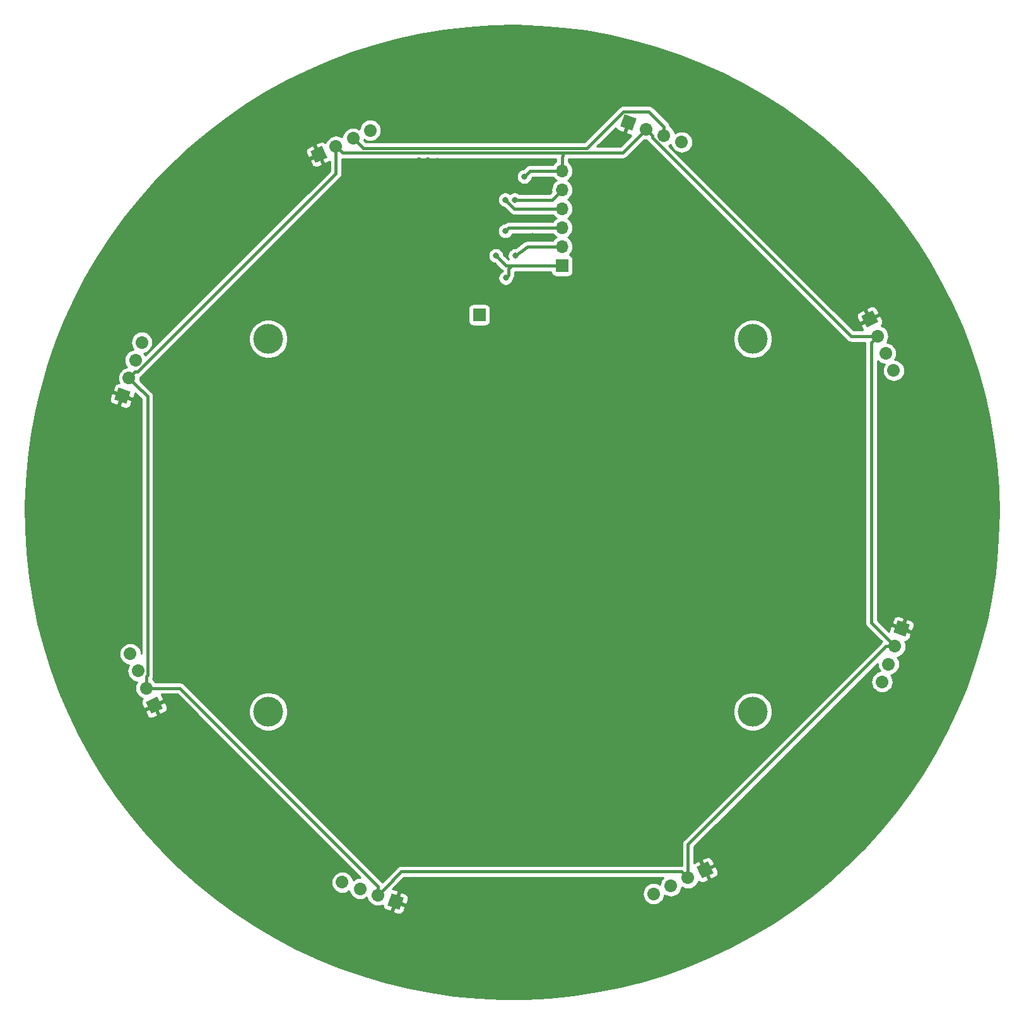
<source format=gbr>
G04 #@! TF.GenerationSoftware,KiCad,Pcbnew,(5.1.2)-2*
G04 #@! TF.CreationDate,2019-09-25T22:48:14-04:00*
G04 #@! TF.ProjectId,LEDWall,4c454457-616c-46c2-9e6b-696361645f70,rev?*
G04 #@! TF.SameCoordinates,Original*
G04 #@! TF.FileFunction,Copper,L2,Bot*
G04 #@! TF.FilePolarity,Positive*
%FSLAX46Y46*%
G04 Gerber Fmt 4.6, Leading zero omitted, Abs format (unit mm)*
G04 Created by KiCad (PCBNEW (5.1.2)-2) date 2019-09-25 22:48:14*
%MOMM*%
%LPD*%
G04 APERTURE LIST*
G04 #@! TA.AperFunction,ComponentPad*
%ADD10C,4.000000*%
G04 #@! TD*
G04 #@! TA.AperFunction,ComponentPad*
%ADD11C,1.700000*%
G04 #@! TD*
G04 #@! TA.AperFunction,Conductor*
%ADD12C,0.150000*%
G04 #@! TD*
G04 #@! TA.AperFunction,Conductor*
%ADD13C,1.700000*%
G04 #@! TD*
G04 #@! TA.AperFunction,ComponentPad*
%ADD14R,1.700000X1.700000*%
G04 #@! TD*
G04 #@! TA.AperFunction,ComponentPad*
%ADD15O,1.700000X1.700000*%
G04 #@! TD*
G04 #@! TA.AperFunction,ViaPad*
%ADD16C,0.800000*%
G04 #@! TD*
G04 #@! TA.AperFunction,Conductor*
%ADD17C,0.381000*%
G04 #@! TD*
G04 #@! TA.AperFunction,Conductor*
%ADD18C,0.254000*%
G04 #@! TD*
G04 APERTURE END LIST*
D10*
G04 #@! TO.P,REF\002A\002A,1*
G04 #@! TO.N,N/C*
X104164000Y-116929000D03*
G04 #@! TD*
G04 #@! TO.P,REF\002A\002A,1*
G04 #@! TO.N,N/C*
X169164000Y-116929000D03*
G04 #@! TD*
G04 #@! TO.P,REF\002A\002A,1*
G04 #@! TO.N,N/C*
X104164000Y-66929000D03*
G04 #@! TD*
D11*
G04 #@! TO.P,J2,1*
G04 #@! TO.N,GND*
X152470342Y-37899606D03*
D12*
G04 #@! TD*
G04 #@! TO.N,GND*
G04 #@! TO.C,J2*
G36*
X152978364Y-38989062D02*
G01*
X151380886Y-38407628D01*
X151962320Y-36810150D01*
X153559798Y-37391584D01*
X152978364Y-38989062D01*
X152978364Y-38989062D01*
G37*
D11*
G04 #@! TO.P,J2,2*
G04 #@! TO.N,/SDA*
X154857161Y-38768337D03*
D13*
G04 #@! TD*
G04 #@! TO.N,/SDA*
G04 #@! TO.C,J2*
X154857161Y-38768337D02*
X154857161Y-38768337D01*
D11*
G04 #@! TO.P,J2,3*
G04 #@! TO.N,/SCL*
X157243981Y-39637068D03*
D13*
G04 #@! TD*
G04 #@! TO.N,/SCL*
G04 #@! TO.C,J2*
X157243981Y-39637068D02*
X157243981Y-39637068D01*
D11*
G04 #@! TO.P,J2,4*
G04 #@! TO.N,+5V*
X159630800Y-40505799D03*
D13*
G04 #@! TD*
G04 #@! TO.N,+5V*
G04 #@! TO.C,J2*
X159630800Y-40505799D02*
X159630800Y-40505799D01*
D11*
G04 #@! TO.P,J2,1*
G04 #@! TO.N,GND*
X184856000Y-64254500D03*
D12*
G04 #@! TD*
G04 #@! TO.N,GND*
G04 #@! TO.C,J2*
G36*
X184444864Y-65384087D02*
G01*
X183726413Y-63843364D01*
X185267136Y-63124913D01*
X185985587Y-64665636D01*
X184444864Y-65384087D01*
X184444864Y-65384087D01*
G37*
D11*
G04 #@! TO.P,J2,2*
G04 #@! TO.N,/SDA*
X185929450Y-66556522D03*
D13*
G04 #@! TD*
G04 #@! TO.N,/SDA*
G04 #@! TO.C,J2*
X185929450Y-66556522D02*
X185929450Y-66556522D01*
D11*
G04 #@! TO.P,J2,3*
G04 #@! TO.N,/SCL*
X187002901Y-68858544D03*
D13*
G04 #@! TD*
G04 #@! TO.N,/SCL*
G04 #@! TO.C,J2*
X187002901Y-68858544D02*
X187002901Y-68858544D01*
D11*
G04 #@! TO.P,J2,4*
G04 #@! TO.N,+5V*
X188076351Y-71160565D03*
D13*
G04 #@! TD*
G04 #@! TO.N,+5V*
G04 #@! TO.C,J2*
X188076351Y-71160565D02*
X188076351Y-71160565D01*
D11*
G04 #@! TO.P,J2,1*
G04 #@! TO.N,GND*
X189120394Y-105790342D03*
D12*
G04 #@! TD*
G04 #@! TO.N,GND*
G04 #@! TO.C,J2*
G36*
X188030938Y-106298364D02*
G01*
X188612372Y-104700886D01*
X190209850Y-105282320D01*
X189628416Y-106879798D01*
X188030938Y-106298364D01*
X188030938Y-106298364D01*
G37*
D11*
G04 #@! TO.P,J2,2*
G04 #@! TO.N,/SDA*
X188251663Y-108177161D03*
D13*
G04 #@! TD*
G04 #@! TO.N,/SDA*
G04 #@! TO.C,J2*
X188251663Y-108177161D02*
X188251663Y-108177161D01*
D11*
G04 #@! TO.P,J2,3*
G04 #@! TO.N,/SCL*
X187382932Y-110563981D03*
D13*
G04 #@! TD*
G04 #@! TO.N,/SCL*
G04 #@! TO.C,J2*
X187382932Y-110563981D02*
X187382932Y-110563981D01*
D11*
G04 #@! TO.P,J2,4*
G04 #@! TO.N,+5V*
X186514201Y-112950800D03*
D13*
G04 #@! TD*
G04 #@! TO.N,+5V*
G04 #@! TO.C,J2*
X186514201Y-112950800D02*
X186514201Y-112950800D01*
D11*
G04 #@! TO.P,J2,1*
G04 #@! TO.N,GND*
X162765500Y-138176000D03*
D12*
G04 #@! TD*
G04 #@! TO.N,GND*
G04 #@! TO.C,J2*
G36*
X161635913Y-137764864D02*
G01*
X163176636Y-137046413D01*
X163895087Y-138587136D01*
X162354364Y-139305587D01*
X161635913Y-137764864D01*
X161635913Y-137764864D01*
G37*
D11*
G04 #@! TO.P,J2,2*
G04 #@! TO.N,/SDA*
X160463478Y-139249450D03*
D13*
G04 #@! TD*
G04 #@! TO.N,/SDA*
G04 #@! TO.C,J2*
X160463478Y-139249450D02*
X160463478Y-139249450D01*
D11*
G04 #@! TO.P,J2,3*
G04 #@! TO.N,/SCL*
X158161456Y-140322901D03*
D13*
G04 #@! TD*
G04 #@! TO.N,/SCL*
G04 #@! TO.C,J2*
X158161456Y-140322901D02*
X158161456Y-140322901D01*
D11*
G04 #@! TO.P,J2,4*
G04 #@! TO.N,+5V*
X155859435Y-141396351D03*
D13*
G04 #@! TD*
G04 #@! TO.N,+5V*
G04 #@! TO.C,J2*
X155859435Y-141396351D02*
X155859435Y-141396351D01*
D11*
G04 #@! TO.P,J2,1*
G04 #@! TO.N,GND*
X121229658Y-142440394D03*
D12*
G04 #@! TD*
G04 #@! TO.N,GND*
G04 #@! TO.C,J2*
G36*
X120721636Y-141350938D02*
G01*
X122319114Y-141932372D01*
X121737680Y-143529850D01*
X120140202Y-142948416D01*
X120721636Y-141350938D01*
X120721636Y-141350938D01*
G37*
D11*
G04 #@! TO.P,J2,2*
G04 #@! TO.N,/SDA*
X118842839Y-141571663D03*
D13*
G04 #@! TD*
G04 #@! TO.N,/SDA*
G04 #@! TO.C,J2*
X118842839Y-141571663D02*
X118842839Y-141571663D01*
D11*
G04 #@! TO.P,J2,3*
G04 #@! TO.N,/SCL*
X116456019Y-140702932D03*
D13*
G04 #@! TD*
G04 #@! TO.N,/SCL*
G04 #@! TO.C,J2*
X116456019Y-140702932D02*
X116456019Y-140702932D01*
D11*
G04 #@! TO.P,J2,4*
G04 #@! TO.N,+5V*
X114069200Y-139834201D03*
D13*
G04 #@! TD*
G04 #@! TO.N,+5V*
G04 #@! TO.C,J2*
X114069200Y-139834201D02*
X114069200Y-139834201D01*
D11*
G04 #@! TO.P,J2,1*
G04 #@! TO.N,GND*
X88844000Y-116085500D03*
D12*
G04 #@! TD*
G04 #@! TO.N,GND*
G04 #@! TO.C,J2*
G36*
X89255136Y-114955913D02*
G01*
X89973587Y-116496636D01*
X88432864Y-117215087D01*
X87714413Y-115674364D01*
X89255136Y-114955913D01*
X89255136Y-114955913D01*
G37*
D11*
G04 #@! TO.P,J2,2*
G04 #@! TO.N,/SDA*
X87770550Y-113783478D03*
D13*
G04 #@! TD*
G04 #@! TO.N,/SDA*
G04 #@! TO.C,J2*
X87770550Y-113783478D02*
X87770550Y-113783478D01*
D11*
G04 #@! TO.P,J2,3*
G04 #@! TO.N,/SCL*
X86697099Y-111481456D03*
D13*
G04 #@! TD*
G04 #@! TO.N,/SCL*
G04 #@! TO.C,J2*
X86697099Y-111481456D02*
X86697099Y-111481456D01*
D11*
G04 #@! TO.P,J2,4*
G04 #@! TO.N,+5V*
X85623649Y-109179435D03*
D13*
G04 #@! TD*
G04 #@! TO.N,+5V*
G04 #@! TO.C,J2*
X85623649Y-109179435D02*
X85623649Y-109179435D01*
D11*
G04 #@! TO.P,J2,1*
G04 #@! TO.N,GND*
X84579606Y-74549658D03*
D12*
G04 #@! TD*
G04 #@! TO.N,GND*
G04 #@! TO.C,J2*
G36*
X85669062Y-74041636D02*
G01*
X85087628Y-75639114D01*
X83490150Y-75057680D01*
X84071584Y-73460202D01*
X85669062Y-74041636D01*
X85669062Y-74041636D01*
G37*
D11*
G04 #@! TO.P,J2,2*
G04 #@! TO.N,/SDA*
X85448337Y-72162839D03*
D13*
G04 #@! TD*
G04 #@! TO.N,/SDA*
G04 #@! TO.C,J2*
X85448337Y-72162839D02*
X85448337Y-72162839D01*
D11*
G04 #@! TO.P,J2,3*
G04 #@! TO.N,/SCL*
X86317068Y-69776019D03*
D13*
G04 #@! TD*
G04 #@! TO.N,/SCL*
G04 #@! TO.C,J2*
X86317068Y-69776019D02*
X86317068Y-69776019D01*
D11*
G04 #@! TO.P,J2,4*
G04 #@! TO.N,+5V*
X87185799Y-67389200D03*
D13*
G04 #@! TD*
G04 #@! TO.N,+5V*
G04 #@! TO.C,J2*
X87185799Y-67389200D02*
X87185799Y-67389200D01*
D14*
G04 #@! TO.P,J3,1*
G04 #@! TO.N,Net-(J1-Pad2)*
X132461000Y-63690500D03*
G04 #@! TD*
D11*
G04 #@! TO.P,J2,4*
G04 #@! TO.N,+5V*
X117840565Y-38943649D03*
D13*
G04 #@! TD*
G04 #@! TO.N,+5V*
G04 #@! TO.C,J2*
X117840565Y-38943649D02*
X117840565Y-38943649D01*
D11*
G04 #@! TO.P,J2,3*
G04 #@! TO.N,/SCL*
X115538544Y-40017099D03*
D13*
G04 #@! TD*
G04 #@! TO.N,/SCL*
G04 #@! TO.C,J2*
X115538544Y-40017099D02*
X115538544Y-40017099D01*
D11*
G04 #@! TO.P,J2,2*
G04 #@! TO.N,/SDA*
X113236522Y-41090550D03*
D13*
G04 #@! TD*
G04 #@! TO.N,/SDA*
G04 #@! TO.C,J2*
X113236522Y-41090550D02*
X113236522Y-41090550D01*
D11*
G04 #@! TO.P,J2,1*
G04 #@! TO.N,GND*
X110934500Y-42164000D03*
D12*
G04 #@! TD*
G04 #@! TO.N,GND*
G04 #@! TO.C,J2*
G36*
X112064087Y-42575136D02*
G01*
X110523364Y-43293587D01*
X109804913Y-41752864D01*
X111345636Y-41034413D01*
X112064087Y-42575136D01*
X112064087Y-42575136D01*
G37*
D15*
G04 #@! TO.P,J1,6*
G04 #@! TO.N,/SDA*
X143573500Y-44386500D03*
G04 #@! TO.P,J1,5*
G04 #@! TO.N,Net-(J1-Pad5)*
X143573500Y-46926500D03*
G04 #@! TO.P,J1,4*
G04 #@! TO.N,/SCL*
X143573500Y-49466500D03*
G04 #@! TO.P,J1,3*
G04 #@! TO.N,Net-(J1-Pad3)*
X143573500Y-52006500D03*
G04 #@! TO.P,J1,2*
G04 #@! TO.N,Net-(J1-Pad2)*
X143573500Y-54546500D03*
D14*
G04 #@! TO.P,J1,1*
G04 #@! TO.N,Net-(J1-Pad1)*
X143573500Y-57086500D03*
G04 #@! TD*
D10*
G04 #@! TO.P,REF\002A\002A,1*
G04 #@! TO.N,N/C*
X169164000Y-66929000D03*
G04 #@! TD*
D16*
G04 #@! TO.N,GND*
X165100000Y-132588000D03*
X168529000Y-129159000D03*
X172275500Y-125349000D03*
X175704500Y-121856500D03*
X179070000Y-118364000D03*
X181483000Y-116014500D03*
X162369500Y-129159000D03*
X169545000Y-121920000D03*
X165798500Y-125730000D03*
X176149000Y-115316000D03*
X172783500Y-118808500D03*
X178562000Y-112966500D03*
X86296500Y-82931000D03*
X86296500Y-84836000D03*
X86296500Y-86931500D03*
X86296500Y-89090500D03*
X86296500Y-91821000D03*
X90106500Y-82931000D03*
X90106500Y-84836000D03*
X90106500Y-89090500D03*
X90106500Y-86931500D03*
X90106500Y-91821000D03*
X100901500Y-54610000D03*
X103378000Y-57594500D03*
X98107500Y-61912500D03*
X99949000Y-60198000D03*
X101917500Y-58991500D03*
X106172000Y-55054500D03*
X108331000Y-53276500D03*
X110363000Y-51117500D03*
X96583500Y-59055000D03*
X98107500Y-57340500D03*
X99631500Y-56070500D03*
X102997000Y-52578000D03*
X104838500Y-50419000D03*
X106934000Y-48450500D03*
X166243000Y-47053500D03*
X167449500Y-48133000D03*
X168719500Y-49530000D03*
X170053000Y-50990500D03*
X171323000Y-52324000D03*
X163322000Y-49466500D03*
X164401500Y-50800000D03*
X165481000Y-52006500D03*
X166560500Y-53403500D03*
X168148000Y-54864000D03*
X124333000Y-42989500D03*
X125539500Y-42989500D03*
X126809500Y-43053000D03*
X129413000Y-48069500D03*
X129413000Y-46037500D03*
X129413000Y-44005500D03*
X139573000Y-53149500D03*
G04 #@! TO.N,Net-(J1-Pad1)*
X136017000Y-58737500D03*
G04 #@! TO.N,GND*
X116649500Y-109664500D03*
X117983000Y-70548500D03*
X158178500Y-69850000D03*
X157543500Y-110871000D03*
X181292500Y-47117000D03*
X135890000Y-28638500D03*
X91630500Y-48196500D03*
X75247500Y-90995500D03*
X90805000Y-131445000D03*
X137668000Y-151892000D03*
X181038500Y-133286500D03*
X198501000Y-89217500D03*
G04 #@! TO.N,Net-(J1-Pad1)*
X134683500Y-55753000D03*
G04 #@! TO.N,Net-(J1-Pad3)*
X135953500Y-52451000D03*
G04 #@! TO.N,/SCL*
X135953500Y-48260000D03*
G04 #@! TO.N,/SDA*
X138493500Y-45148500D03*
G04 #@! TO.N,GND*
X157416500Y-105410000D03*
X154940000Y-78867000D03*
X109347000Y-74041000D03*
X113347500Y-101092000D03*
X139446000Y-37020500D03*
X189865000Y-92710000D03*
X180657500Y-128016000D03*
X131254500Y-146304000D03*
X89662000Y-124269500D03*
X81534000Y-85471000D03*
X94932500Y-56705500D03*
X178054000Y-55816500D03*
X124333000Y-40195500D03*
X125539500Y-40195500D03*
X126809500Y-40195500D03*
G04 #@! TO.N,Net-(J1-Pad2)*
X137287000Y-55753000D03*
G04 #@! TO.N,Net-(J1-Pad5)*
X137223500Y-48260000D03*
G04 #@! TD*
D17*
G04 #@! TO.N,Net-(J1-Pad3)*
X136398000Y-52006500D02*
X135953500Y-52451000D01*
X143573500Y-52006500D02*
X136398000Y-52006500D01*
G04 #@! TO.N,Net-(J1-Pad2)*
X138938000Y-54546500D02*
X143573500Y-54546500D01*
X137287000Y-55753000D02*
X138938000Y-54546500D01*
G04 #@! TO.N,Net-(J1-Pad1)*
X136017000Y-57086500D02*
X134683500Y-55753000D01*
X136416999Y-57512001D02*
X136842500Y-57086500D01*
X136416999Y-58337501D02*
X136416999Y-57512001D01*
X136017000Y-58737500D02*
X136416999Y-58337501D01*
X143573500Y-57086500D02*
X136842500Y-57086500D01*
X136842500Y-57086500D02*
X136017000Y-57086500D01*
G04 #@! TO.N,/SDA*
X160463478Y-138047369D02*
X160463478Y-139249450D01*
X160463478Y-134763265D02*
X160463478Y-138047369D01*
X187049582Y-108177161D02*
X160463478Y-134763265D01*
X188251663Y-108177161D02*
X187049582Y-108177161D01*
X119692838Y-140721664D02*
X118842839Y-141571663D01*
X122015051Y-138399451D02*
X119692838Y-140721664D01*
X159613479Y-138399451D02*
X122015051Y-138399451D01*
X160463478Y-139249450D02*
X159613479Y-138399451D01*
X88972631Y-113783478D02*
X87770550Y-113783478D01*
X92256735Y-113783478D02*
X88972631Y-113783478D01*
X118842839Y-140369582D02*
X92256735Y-113783478D01*
X118842839Y-141571663D02*
X118842839Y-140369582D01*
X86298336Y-73012838D02*
X85448337Y-72162839D01*
X87937600Y-74652102D02*
X86298336Y-73012838D01*
X87937600Y-112076897D02*
X87937600Y-74652102D01*
X87770550Y-112243947D02*
X87937600Y-112076897D01*
X87770550Y-113783478D02*
X87770550Y-112243947D01*
X113236522Y-42292631D02*
X113236522Y-41090550D01*
X113236522Y-44692507D02*
X113236522Y-42292631D01*
X86616189Y-71312840D02*
X113236522Y-44692507D01*
X86298336Y-71312840D02*
X86616189Y-71312840D01*
X85448337Y-72162839D02*
X86298336Y-71312840D01*
X154007162Y-39618336D02*
X154857161Y-38768337D01*
X151684949Y-41940549D02*
X154007162Y-39618336D01*
X113236522Y-41090550D02*
X114086521Y-41940549D01*
X184727369Y-66556522D02*
X185929450Y-66556522D01*
X182327493Y-66556522D02*
X184727369Y-66556522D01*
X155707160Y-39936189D02*
X182327493Y-66556522D01*
X155707160Y-39618336D02*
X155707160Y-39936189D01*
X154857161Y-38768337D02*
X155707160Y-39618336D01*
X187401664Y-107327162D02*
X188251663Y-108177161D01*
X185079451Y-105004949D02*
X187401664Y-107327162D01*
X185079451Y-67406521D02*
X185079451Y-105004949D01*
X185929450Y-66556522D02*
X185079451Y-67406521D01*
X139255500Y-44386500D02*
X138493500Y-45148500D01*
X143573500Y-44386500D02*
X139255500Y-44386500D01*
X144817370Y-41940549D02*
X146652049Y-41940549D01*
X146652049Y-41940549D02*
X151684949Y-41940549D01*
X114086521Y-41940549D02*
X142780951Y-41940549D01*
X142780951Y-41940549D02*
X143669951Y-41940549D01*
X143669951Y-41940549D02*
X146652049Y-41940549D01*
X143573500Y-42989500D02*
X143669951Y-41940549D01*
X143573500Y-44386500D02*
X143573500Y-42989500D01*
G04 #@! TO.N,Net-(J1-Pad5)*
X142240000Y-48260000D02*
X137223500Y-48260000D01*
X143573500Y-46926500D02*
X142240000Y-48260000D01*
G04 #@! TO.N,/SCL*
X157243981Y-38434987D02*
X157243981Y-39637068D01*
X155228634Y-36419640D02*
X157243981Y-38434987D01*
X151800564Y-36419640D02*
X155228634Y-36419640D01*
X146860665Y-41359539D02*
X151800564Y-36419640D01*
X116880984Y-41359539D02*
X146860665Y-41359539D01*
X115538544Y-40017099D02*
X116880984Y-41359539D01*
X137160000Y-49466500D02*
X135953500Y-48260000D01*
X143573500Y-49466500D02*
X137160000Y-49466500D01*
G04 #@! TD*
D18*
G04 #@! TO.N,GND*
G36*
X140495423Y-24966826D02*
G01*
X143676231Y-25222748D01*
X146840740Y-25633746D01*
X149981394Y-26198838D01*
X153090693Y-26916677D01*
X156161214Y-27785547D01*
X159185625Y-28803373D01*
X162156705Y-29967727D01*
X165067360Y-31275827D01*
X167910639Y-32724550D01*
X170679754Y-34310437D01*
X173368093Y-36029701D01*
X175969236Y-37878238D01*
X178476974Y-39851633D01*
X180885317Y-41945174D01*
X183188517Y-44153863D01*
X185381073Y-46472426D01*
X187457750Y-48895326D01*
X189413589Y-51416780D01*
X191243922Y-54030765D01*
X192944376Y-56731041D01*
X194510893Y-59511160D01*
X195939731Y-62364483D01*
X197227479Y-65284199D01*
X198371062Y-68263335D01*
X199367750Y-71294779D01*
X200215162Y-74371291D01*
X200911276Y-77485526D01*
X201454430Y-80630048D01*
X201843325Y-83797349D01*
X202077035Y-86979866D01*
X202155000Y-90170000D01*
X202129539Y-91993423D01*
X201962530Y-95180136D01*
X201640051Y-98354887D01*
X201162870Y-101510094D01*
X200532129Y-104638225D01*
X199749331Y-107731809D01*
X198816348Y-110783460D01*
X197735406Y-113785893D01*
X196509086Y-116731936D01*
X195140317Y-119614558D01*
X193632366Y-122426874D01*
X191988835Y-125162169D01*
X190213648Y-127813912D01*
X188311042Y-130375773D01*
X186285562Y-132841633D01*
X184142043Y-135205604D01*
X181885604Y-137462043D01*
X179521633Y-139605562D01*
X177055773Y-141631042D01*
X174493912Y-143533648D01*
X171842169Y-145308835D01*
X169106874Y-146952366D01*
X166294558Y-148460317D01*
X163411936Y-149829086D01*
X160465893Y-151055406D01*
X157463460Y-152136348D01*
X154411809Y-153069331D01*
X151318225Y-153852129D01*
X148190094Y-154482870D01*
X145034887Y-154960051D01*
X141860136Y-155282530D01*
X138673423Y-155449539D01*
X135482355Y-155460678D01*
X132294553Y-155315920D01*
X129117629Y-155015613D01*
X125959167Y-154560471D01*
X122826709Y-153951583D01*
X119727736Y-153190402D01*
X116669645Y-152278746D01*
X113659740Y-151218791D01*
X110705206Y-150013068D01*
X107813100Y-148664457D01*
X104990325Y-147176176D01*
X102243622Y-145551781D01*
X99579550Y-143795149D01*
X97004470Y-141910475D01*
X94524530Y-139902259D01*
X92145651Y-137775296D01*
X89873514Y-135534665D01*
X87713544Y-133185715D01*
X85670899Y-130734056D01*
X83750455Y-128185541D01*
X81956798Y-125546255D01*
X80294211Y-122822500D01*
X78766664Y-120020780D01*
X77377804Y-117147785D01*
X77303216Y-116972066D01*
X87618896Y-116972066D01*
X87854574Y-117484748D01*
X87918294Y-117592386D01*
X88001789Y-117685524D01*
X88101850Y-117760582D01*
X88214630Y-117814679D01*
X88335798Y-117845733D01*
X88460696Y-117852552D01*
X88584524Y-117834874D01*
X88702525Y-117793377D01*
X89212611Y-117552130D01*
X89289396Y-117341163D01*
X88782571Y-116254274D01*
X87695682Y-116761099D01*
X87618896Y-116972066D01*
X77303216Y-116972066D01*
X76130947Y-114210374D01*
X75029070Y-111215561D01*
X74074805Y-108170498D01*
X73270430Y-105082454D01*
X72617865Y-101958803D01*
X72118669Y-98807004D01*
X71774034Y-95634582D01*
X71584782Y-92449112D01*
X71551366Y-89258200D01*
X71673864Y-86069465D01*
X71951986Y-82890521D01*
X72385066Y-79728959D01*
X72972071Y-76592327D01*
X73331045Y-75085512D01*
X82852685Y-75085512D01*
X82870364Y-75209341D01*
X82911861Y-75327340D01*
X82975580Y-75434977D01*
X83059074Y-75528116D01*
X83159135Y-75603175D01*
X83271917Y-75657271D01*
X83803189Y-75847369D01*
X83820360Y-75839362D01*
X84245343Y-75839362D01*
X84340223Y-76042834D01*
X84869394Y-76238705D01*
X84990562Y-76269760D01*
X85115460Y-76276579D01*
X85239289Y-76258900D01*
X85357288Y-76217403D01*
X85464925Y-76153684D01*
X85558064Y-76070190D01*
X85633123Y-75970129D01*
X85687219Y-75857347D01*
X85877317Y-75326075D01*
X85782437Y-75122603D01*
X84655510Y-74712436D01*
X84245343Y-75839362D01*
X83820360Y-75839362D01*
X84006661Y-75752489D01*
X84416828Y-74625562D01*
X83289902Y-74215395D01*
X83086430Y-74310275D01*
X82890559Y-74839446D01*
X82859504Y-74960614D01*
X82852685Y-75085512D01*
X73331045Y-75085512D01*
X73643672Y-73773241D01*
X83281895Y-73773241D01*
X83376775Y-73976713D01*
X84503702Y-74386880D01*
X84510542Y-74368087D01*
X84749225Y-74454959D01*
X84742384Y-74473754D01*
X85869310Y-74883921D01*
X86072782Y-74789041D01*
X86268653Y-74259870D01*
X86290948Y-74172882D01*
X87112101Y-74994036D01*
X87112100Y-109141524D01*
X87087162Y-108888324D01*
X87002248Y-108608401D01*
X86864355Y-108350421D01*
X86678783Y-108124301D01*
X86452663Y-107938729D01*
X86194683Y-107800836D01*
X85914760Y-107715922D01*
X85696599Y-107694435D01*
X85550699Y-107694435D01*
X85332538Y-107715922D01*
X85052615Y-107800836D01*
X84794635Y-107938729D01*
X84568515Y-108124301D01*
X84382943Y-108350421D01*
X84245050Y-108608401D01*
X84160136Y-108888324D01*
X84131464Y-109179435D01*
X84160136Y-109470546D01*
X84245050Y-109750469D01*
X84382943Y-110008449D01*
X84568515Y-110234569D01*
X84794635Y-110420141D01*
X85052615Y-110558034D01*
X85332538Y-110642948D01*
X85455020Y-110655011D01*
X85318500Y-110910422D01*
X85233586Y-111190345D01*
X85204914Y-111481456D01*
X85233586Y-111772567D01*
X85318500Y-112052490D01*
X85456393Y-112310470D01*
X85641965Y-112536590D01*
X85868085Y-112722162D01*
X86126065Y-112860055D01*
X86405988Y-112944969D01*
X86528471Y-112957033D01*
X86391951Y-113212444D01*
X86307037Y-113492367D01*
X86278365Y-113783478D01*
X86307037Y-114074589D01*
X86391951Y-114354512D01*
X86529844Y-114612492D01*
X86715416Y-114838612D01*
X86941536Y-115024184D01*
X87199516Y-115162077D01*
X87300422Y-115192687D01*
X87243976Y-115243289D01*
X87168918Y-115343350D01*
X87114821Y-115456130D01*
X87083767Y-115577298D01*
X87076948Y-115702196D01*
X87094626Y-115826024D01*
X87136123Y-115944025D01*
X87377370Y-116454111D01*
X87588337Y-116530896D01*
X88411756Y-116146929D01*
X89012774Y-116146929D01*
X89519599Y-117233818D01*
X89730566Y-117310604D01*
X90243248Y-117074926D01*
X90350886Y-117011206D01*
X90444024Y-116927711D01*
X90519082Y-116827650D01*
X90573179Y-116714870D01*
X90604233Y-116593702D01*
X90611052Y-116468804D01*
X90593374Y-116344976D01*
X90551877Y-116226975D01*
X90310630Y-115716889D01*
X90099663Y-115640104D01*
X89012774Y-116146929D01*
X88411756Y-116146929D01*
X88675226Y-116024071D01*
X88666774Y-116005945D01*
X88896977Y-115898600D01*
X88905429Y-115916726D01*
X89992318Y-115409901D01*
X90069104Y-115198934D01*
X89833426Y-114686252D01*
X89787681Y-114608978D01*
X91914803Y-114608978D01*
X116523755Y-139217932D01*
X116383069Y-139217932D01*
X116164908Y-139239419D01*
X115884985Y-139324333D01*
X115627005Y-139462226D01*
X115531868Y-139540303D01*
X115447799Y-139263167D01*
X115309906Y-139005187D01*
X115124334Y-138779067D01*
X114898214Y-138593495D01*
X114640234Y-138455602D01*
X114360311Y-138370688D01*
X114142150Y-138349201D01*
X113996250Y-138349201D01*
X113778089Y-138370688D01*
X113498166Y-138455602D01*
X113240186Y-138593495D01*
X113014066Y-138779067D01*
X112828494Y-139005187D01*
X112690601Y-139263167D01*
X112605687Y-139543090D01*
X112577015Y-139834201D01*
X112605687Y-140125312D01*
X112690601Y-140405235D01*
X112828494Y-140663215D01*
X113014066Y-140889335D01*
X113240186Y-141074907D01*
X113498166Y-141212800D01*
X113778089Y-141297714D01*
X113996250Y-141319201D01*
X114142150Y-141319201D01*
X114360311Y-141297714D01*
X114640234Y-141212800D01*
X114898214Y-141074907D01*
X114993351Y-140996830D01*
X115077420Y-141273966D01*
X115215313Y-141531946D01*
X115400885Y-141758066D01*
X115627005Y-141943638D01*
X115884985Y-142081531D01*
X116164908Y-142166445D01*
X116383069Y-142187932D01*
X116528969Y-142187932D01*
X116747130Y-142166445D01*
X117027053Y-142081531D01*
X117285033Y-141943638D01*
X117380171Y-141865560D01*
X117464240Y-142142697D01*
X117602133Y-142400677D01*
X117787705Y-142626797D01*
X118013825Y-142812369D01*
X118271805Y-142950262D01*
X118551728Y-143035176D01*
X118769889Y-143056663D01*
X118915789Y-143056663D01*
X119133950Y-143035176D01*
X119413873Y-142950262D01*
X119506870Y-142900554D01*
X119502737Y-142976248D01*
X119520416Y-143100077D01*
X119561913Y-143218076D01*
X119625632Y-143325713D01*
X119709126Y-143418852D01*
X119809187Y-143493911D01*
X119921969Y-143548007D01*
X120453241Y-143738105D01*
X120470412Y-143730098D01*
X120895395Y-143730098D01*
X120990275Y-143933570D01*
X121519446Y-144129441D01*
X121640614Y-144160496D01*
X121765512Y-144167315D01*
X121889341Y-144149636D01*
X122007340Y-144108139D01*
X122114977Y-144044420D01*
X122208116Y-143960926D01*
X122283175Y-143860865D01*
X122337271Y-143748083D01*
X122527369Y-143216811D01*
X122432489Y-143013339D01*
X121305562Y-142603172D01*
X120895395Y-143730098D01*
X120470412Y-143730098D01*
X120656713Y-143643225D01*
X121066880Y-142516298D01*
X121048087Y-142509458D01*
X121100850Y-142364490D01*
X121392436Y-142364490D01*
X122519362Y-142774657D01*
X122722834Y-142679777D01*
X122918705Y-142150606D01*
X122949760Y-142029438D01*
X122956579Y-141904540D01*
X122938900Y-141780711D01*
X122897403Y-141662712D01*
X122833684Y-141555075D01*
X122750190Y-141461936D01*
X122650129Y-141386877D01*
X122537347Y-141332781D01*
X122006075Y-141142683D01*
X121802603Y-141237563D01*
X121392436Y-142364490D01*
X121100850Y-142364490D01*
X121134959Y-142270775D01*
X121153754Y-142277616D01*
X121563921Y-141150690D01*
X121469041Y-140947218D01*
X120939870Y-140751347D01*
X120852882Y-140729052D01*
X122356984Y-139224951D01*
X157158493Y-139224951D01*
X157106322Y-139267767D01*
X156920750Y-139493887D01*
X156782857Y-139751867D01*
X156697943Y-140031790D01*
X156685880Y-140154272D01*
X156430469Y-140017752D01*
X156150546Y-139932838D01*
X155932385Y-139911351D01*
X155786485Y-139911351D01*
X155568324Y-139932838D01*
X155288401Y-140017752D01*
X155030421Y-140155645D01*
X154804301Y-140341217D01*
X154618729Y-140567337D01*
X154480836Y-140825317D01*
X154395922Y-141105240D01*
X154367250Y-141396351D01*
X154395922Y-141687462D01*
X154480836Y-141967385D01*
X154618729Y-142225365D01*
X154804301Y-142451485D01*
X155030421Y-142637057D01*
X155288401Y-142774950D01*
X155568324Y-142859864D01*
X155786485Y-142881351D01*
X155932385Y-142881351D01*
X156150546Y-142859864D01*
X156430469Y-142774950D01*
X156688449Y-142637057D01*
X156914569Y-142451485D01*
X157100141Y-142225365D01*
X157238034Y-141967385D01*
X157322948Y-141687462D01*
X157335011Y-141564980D01*
X157590422Y-141701500D01*
X157870345Y-141786414D01*
X158088506Y-141807901D01*
X158234406Y-141807901D01*
X158452567Y-141786414D01*
X158732490Y-141701500D01*
X158990470Y-141563607D01*
X159216590Y-141378035D01*
X159402162Y-141151915D01*
X159540055Y-140893935D01*
X159624969Y-140614012D01*
X159637033Y-140491529D01*
X159892444Y-140628049D01*
X160172367Y-140712963D01*
X160390528Y-140734450D01*
X160536428Y-140734450D01*
X160754589Y-140712963D01*
X161034512Y-140628049D01*
X161292492Y-140490156D01*
X161518612Y-140304584D01*
X161704184Y-140078464D01*
X161842077Y-139820484D01*
X161872687Y-139719578D01*
X161923289Y-139776024D01*
X162023350Y-139851082D01*
X162136130Y-139905179D01*
X162257298Y-139936233D01*
X162382196Y-139943052D01*
X162506024Y-139925374D01*
X162624025Y-139883877D01*
X163134111Y-139642630D01*
X163210896Y-139431663D01*
X162704071Y-138344774D01*
X162685945Y-138353226D01*
X162631949Y-138237429D01*
X162934274Y-138237429D01*
X163441099Y-139324318D01*
X163652066Y-139401104D01*
X164164748Y-139165426D01*
X164272386Y-139101706D01*
X164365524Y-139018211D01*
X164440582Y-138918150D01*
X164494679Y-138805370D01*
X164525733Y-138684202D01*
X164532552Y-138559304D01*
X164514874Y-138435476D01*
X164473377Y-138317475D01*
X164232130Y-137807389D01*
X164021163Y-137730604D01*
X162934274Y-138237429D01*
X162631949Y-138237429D01*
X162578600Y-138123023D01*
X162596726Y-138114571D01*
X162089901Y-137027682D01*
X161878934Y-136950896D01*
X161366252Y-137186574D01*
X161288978Y-137232319D01*
X161288978Y-136920337D01*
X162320104Y-136920337D01*
X162826929Y-138007226D01*
X163913818Y-137500401D01*
X163990604Y-137289434D01*
X163754926Y-136776752D01*
X163691206Y-136669114D01*
X163607711Y-136575976D01*
X163507650Y-136500918D01*
X163394870Y-136446821D01*
X163273702Y-136415767D01*
X163148804Y-136408948D01*
X163024976Y-136426626D01*
X162906975Y-136468123D01*
X162396889Y-136709370D01*
X162320104Y-136920337D01*
X161288978Y-136920337D01*
X161288978Y-135105197D01*
X185897362Y-110496815D01*
X185890747Y-110563981D01*
X185919419Y-110855092D01*
X186004333Y-111135015D01*
X186142226Y-111392995D01*
X186220303Y-111488132D01*
X185943167Y-111572201D01*
X185685187Y-111710094D01*
X185459067Y-111895666D01*
X185273495Y-112121786D01*
X185135602Y-112379766D01*
X185050688Y-112659689D01*
X185022016Y-112950800D01*
X185050688Y-113241911D01*
X185135602Y-113521834D01*
X185273495Y-113779814D01*
X185459067Y-114005934D01*
X185685187Y-114191506D01*
X185943167Y-114329399D01*
X186223090Y-114414313D01*
X186441251Y-114435800D01*
X186587151Y-114435800D01*
X186805312Y-114414313D01*
X187085235Y-114329399D01*
X187343215Y-114191506D01*
X187569335Y-114005934D01*
X187754907Y-113779814D01*
X187892800Y-113521834D01*
X187977714Y-113241911D01*
X188006386Y-112950800D01*
X187977714Y-112659689D01*
X187892800Y-112379766D01*
X187754907Y-112121786D01*
X187676830Y-112026649D01*
X187953966Y-111942580D01*
X188211946Y-111804687D01*
X188438066Y-111619115D01*
X188623638Y-111392995D01*
X188761531Y-111135015D01*
X188846445Y-110855092D01*
X188875117Y-110563981D01*
X188846445Y-110272870D01*
X188761531Y-109992947D01*
X188623638Y-109734967D01*
X188545560Y-109639829D01*
X188822697Y-109555760D01*
X189080677Y-109417867D01*
X189306797Y-109232295D01*
X189492369Y-109006175D01*
X189630262Y-108748195D01*
X189715176Y-108468272D01*
X189743848Y-108177161D01*
X189715176Y-107886050D01*
X189630262Y-107606127D01*
X189580554Y-107513130D01*
X189656248Y-107517263D01*
X189780077Y-107499584D01*
X189898076Y-107458087D01*
X190005713Y-107394368D01*
X190098852Y-107310874D01*
X190173911Y-107210813D01*
X190228007Y-107098031D01*
X190418105Y-106566759D01*
X190323225Y-106363287D01*
X189196298Y-105953120D01*
X189189458Y-105971913D01*
X188950775Y-105885041D01*
X188957616Y-105866246D01*
X188540527Y-105714438D01*
X189283172Y-105714438D01*
X190410098Y-106124605D01*
X190613570Y-106029725D01*
X190809441Y-105500554D01*
X190840496Y-105379386D01*
X190847315Y-105254488D01*
X190829636Y-105130659D01*
X190788139Y-105012660D01*
X190724420Y-104905023D01*
X190640926Y-104811884D01*
X190540865Y-104736825D01*
X190428083Y-104682729D01*
X189896811Y-104492631D01*
X189693339Y-104587511D01*
X189283172Y-105714438D01*
X188540527Y-105714438D01*
X187830690Y-105456079D01*
X187627218Y-105550959D01*
X187431347Y-106080130D01*
X187409052Y-106167118D01*
X186255859Y-105013925D01*
X187822683Y-105013925D01*
X187917563Y-105217397D01*
X189044490Y-105627564D01*
X189454657Y-104500638D01*
X189359777Y-104297166D01*
X188830606Y-104101295D01*
X188709438Y-104070240D01*
X188584540Y-104063421D01*
X188460711Y-104081100D01*
X188342712Y-104122597D01*
X188235075Y-104186316D01*
X188141936Y-104269810D01*
X188066877Y-104369871D01*
X188012781Y-104482653D01*
X187822683Y-105013925D01*
X186255859Y-105013925D01*
X185904951Y-104663017D01*
X185904951Y-69861507D01*
X185947767Y-69913678D01*
X186173887Y-70099250D01*
X186431867Y-70237143D01*
X186711790Y-70322057D01*
X186834272Y-70334120D01*
X186697752Y-70589531D01*
X186612838Y-70869454D01*
X186584166Y-71160565D01*
X186612838Y-71451676D01*
X186697752Y-71731599D01*
X186835645Y-71989579D01*
X187021217Y-72215699D01*
X187247337Y-72401271D01*
X187505317Y-72539164D01*
X187785240Y-72624078D01*
X188003401Y-72645565D01*
X188149301Y-72645565D01*
X188367462Y-72624078D01*
X188647385Y-72539164D01*
X188905365Y-72401271D01*
X189131485Y-72215699D01*
X189317057Y-71989579D01*
X189454950Y-71731599D01*
X189539864Y-71451676D01*
X189568536Y-71160565D01*
X189539864Y-70869454D01*
X189454950Y-70589531D01*
X189317057Y-70331551D01*
X189131485Y-70105431D01*
X188905365Y-69919859D01*
X188647385Y-69781966D01*
X188367462Y-69697052D01*
X188244980Y-69684989D01*
X188381500Y-69429578D01*
X188466414Y-69149655D01*
X188495086Y-68858544D01*
X188466414Y-68567433D01*
X188381500Y-68287510D01*
X188243607Y-68029530D01*
X188058035Y-67803410D01*
X187831915Y-67617838D01*
X187573935Y-67479945D01*
X187294012Y-67395031D01*
X187171529Y-67382967D01*
X187308049Y-67127556D01*
X187392963Y-66847633D01*
X187421635Y-66556522D01*
X187392963Y-66265411D01*
X187308049Y-65985488D01*
X187170156Y-65727508D01*
X186984584Y-65501388D01*
X186758464Y-65315816D01*
X186500484Y-65177923D01*
X186399578Y-65147313D01*
X186456024Y-65096711D01*
X186531082Y-64996650D01*
X186585179Y-64883870D01*
X186616233Y-64762702D01*
X186623052Y-64637804D01*
X186605374Y-64513976D01*
X186563877Y-64395975D01*
X186322630Y-63885889D01*
X186111663Y-63809104D01*
X185024774Y-64315929D01*
X185033226Y-64334055D01*
X184803023Y-64441400D01*
X184794571Y-64423274D01*
X183707682Y-64930099D01*
X183630896Y-65141066D01*
X183866574Y-65653748D01*
X183912319Y-65731022D01*
X182669426Y-65731022D01*
X180809600Y-63871196D01*
X183088948Y-63871196D01*
X183106626Y-63995024D01*
X183148123Y-64113025D01*
X183389370Y-64623111D01*
X183600337Y-64699896D01*
X184687226Y-64193071D01*
X184180401Y-63106182D01*
X183969434Y-63029396D01*
X183456752Y-63265074D01*
X183349114Y-63328794D01*
X183255976Y-63412289D01*
X183180918Y-63512350D01*
X183126821Y-63625130D01*
X183095767Y-63746298D01*
X183088948Y-63871196D01*
X180809600Y-63871196D01*
X179937241Y-62998837D01*
X184410604Y-62998837D01*
X184917429Y-64085726D01*
X186004318Y-63578901D01*
X186081104Y-63367934D01*
X185845426Y-62855252D01*
X185781706Y-62747614D01*
X185698211Y-62654476D01*
X185598150Y-62579418D01*
X185485370Y-62525321D01*
X185364202Y-62494267D01*
X185239304Y-62487448D01*
X185115476Y-62505126D01*
X184997475Y-62546623D01*
X184487389Y-62787870D01*
X184410604Y-62998837D01*
X179937241Y-62998837D01*
X157905634Y-40967230D01*
X158072995Y-40877774D01*
X158168132Y-40799697D01*
X158252201Y-41076833D01*
X158390094Y-41334813D01*
X158575666Y-41560933D01*
X158801786Y-41746505D01*
X159059766Y-41884398D01*
X159339689Y-41969312D01*
X159557850Y-41990799D01*
X159703750Y-41990799D01*
X159921911Y-41969312D01*
X160201834Y-41884398D01*
X160459814Y-41746505D01*
X160685934Y-41560933D01*
X160871506Y-41334813D01*
X161009399Y-41076833D01*
X161094313Y-40796910D01*
X161122985Y-40505799D01*
X161094313Y-40214688D01*
X161009399Y-39934765D01*
X160871506Y-39676785D01*
X160685934Y-39450665D01*
X160459814Y-39265093D01*
X160201834Y-39127200D01*
X159921911Y-39042286D01*
X159703750Y-39020799D01*
X159557850Y-39020799D01*
X159339689Y-39042286D01*
X159059766Y-39127200D01*
X158801786Y-39265093D01*
X158706649Y-39343170D01*
X158622580Y-39066034D01*
X158484687Y-38808054D01*
X158299115Y-38581934D01*
X158072995Y-38396362D01*
X158069486Y-38394486D01*
X158067332Y-38372615D01*
X158057537Y-38273161D01*
X158010334Y-38117553D01*
X157980845Y-38062384D01*
X157933680Y-37974144D01*
X157883158Y-37912583D01*
X157830522Y-37848446D01*
X157799022Y-37822595D01*
X155841032Y-35864606D01*
X155815175Y-35833099D01*
X155689476Y-35729941D01*
X155546068Y-35653287D01*
X155390460Y-35606084D01*
X155269187Y-35594140D01*
X155269184Y-35594140D01*
X155228634Y-35590146D01*
X155188084Y-35594140D01*
X151841114Y-35594140D01*
X151800563Y-35590146D01*
X151760013Y-35594140D01*
X151760011Y-35594140D01*
X151638738Y-35606084D01*
X151483130Y-35653287D01*
X151339721Y-35729941D01*
X151278160Y-35780463D01*
X151214023Y-35833099D01*
X151188171Y-35864600D01*
X146518733Y-40534039D01*
X117222918Y-40534039D01*
X117000901Y-40312022D01*
X117002057Y-40308210D01*
X117014120Y-40185728D01*
X117269531Y-40322248D01*
X117549454Y-40407162D01*
X117767615Y-40428649D01*
X117913515Y-40428649D01*
X118131676Y-40407162D01*
X118411599Y-40322248D01*
X118669579Y-40184355D01*
X118895699Y-39998783D01*
X119081271Y-39772663D01*
X119219164Y-39514683D01*
X119304078Y-39234760D01*
X119332750Y-38943649D01*
X119304078Y-38652538D01*
X119219164Y-38372615D01*
X119081271Y-38114635D01*
X118895699Y-37888515D01*
X118669579Y-37702943D01*
X118411599Y-37565050D01*
X118131676Y-37480136D01*
X117913515Y-37458649D01*
X117767615Y-37458649D01*
X117549454Y-37480136D01*
X117269531Y-37565050D01*
X117011551Y-37702943D01*
X116785431Y-37888515D01*
X116599859Y-38114635D01*
X116461966Y-38372615D01*
X116377052Y-38652538D01*
X116364989Y-38775020D01*
X116109578Y-38638500D01*
X115829655Y-38553586D01*
X115611494Y-38532099D01*
X115465594Y-38532099D01*
X115247433Y-38553586D01*
X114967510Y-38638500D01*
X114709530Y-38776393D01*
X114483410Y-38961965D01*
X114297838Y-39188085D01*
X114159945Y-39446065D01*
X114075031Y-39725988D01*
X114062967Y-39848471D01*
X113807556Y-39711951D01*
X113527633Y-39627037D01*
X113309472Y-39605550D01*
X113163572Y-39605550D01*
X112945411Y-39627037D01*
X112665488Y-39711951D01*
X112407508Y-39849844D01*
X112181388Y-40035416D01*
X111995816Y-40261536D01*
X111857923Y-40519516D01*
X111827313Y-40620422D01*
X111776711Y-40563976D01*
X111676650Y-40488918D01*
X111563870Y-40434821D01*
X111442702Y-40403767D01*
X111317804Y-40396948D01*
X111193976Y-40414626D01*
X111075975Y-40456123D01*
X110565889Y-40697370D01*
X110489104Y-40908337D01*
X110995929Y-41995226D01*
X111014055Y-41986774D01*
X111121400Y-42216977D01*
X111103274Y-42225429D01*
X111610099Y-43312318D01*
X111821066Y-43389104D01*
X112333748Y-43153426D01*
X112411023Y-43107681D01*
X112411022Y-44350574D01*
X87647230Y-69114366D01*
X87557774Y-68947005D01*
X87479697Y-68851868D01*
X87756833Y-68767799D01*
X88014813Y-68629906D01*
X88240933Y-68444334D01*
X88426505Y-68218214D01*
X88564398Y-67960234D01*
X88649312Y-67680311D01*
X88677984Y-67389200D01*
X88649312Y-67098089D01*
X88564398Y-66818166D01*
X88426505Y-66560186D01*
X88240933Y-66334066D01*
X88014813Y-66148494D01*
X87756833Y-66010601D01*
X87476910Y-65925687D01*
X87258749Y-65904200D01*
X87112849Y-65904200D01*
X86894688Y-65925687D01*
X86614765Y-66010601D01*
X86356785Y-66148494D01*
X86130665Y-66334066D01*
X85945093Y-66560186D01*
X85807200Y-66818166D01*
X85722286Y-67098089D01*
X85693614Y-67389200D01*
X85722286Y-67680311D01*
X85807200Y-67960234D01*
X85945093Y-68218214D01*
X86023170Y-68313351D01*
X85746034Y-68397420D01*
X85488054Y-68535313D01*
X85261934Y-68720885D01*
X85076362Y-68947005D01*
X84938469Y-69204985D01*
X84853555Y-69484908D01*
X84824883Y-69776019D01*
X84853555Y-70067130D01*
X84938469Y-70347053D01*
X85076362Y-70605033D01*
X85154440Y-70700171D01*
X84877303Y-70784240D01*
X84619323Y-70922133D01*
X84393203Y-71107705D01*
X84207631Y-71333825D01*
X84069738Y-71591805D01*
X83984824Y-71871728D01*
X83956152Y-72162839D01*
X83984824Y-72453950D01*
X84069738Y-72733873D01*
X84119446Y-72826870D01*
X84043752Y-72822737D01*
X83919923Y-72840416D01*
X83801924Y-72881913D01*
X83694287Y-72945632D01*
X83601148Y-73029126D01*
X83526089Y-73129187D01*
X83471993Y-73241969D01*
X83281895Y-73773241D01*
X73643672Y-73773241D01*
X73711599Y-73488115D01*
X74601883Y-70423734D01*
X75640800Y-67406502D01*
X76825867Y-64443624D01*
X78154255Y-61542172D01*
X79622792Y-58709076D01*
X81227973Y-55951100D01*
X82965963Y-53274830D01*
X84832614Y-50686655D01*
X86823468Y-48192755D01*
X88933771Y-45799086D01*
X91158486Y-43511362D01*
X91652628Y-43050566D01*
X109709396Y-43050566D01*
X109945074Y-43563248D01*
X110008794Y-43670886D01*
X110092289Y-43764024D01*
X110192350Y-43839082D01*
X110305130Y-43893179D01*
X110426298Y-43924233D01*
X110551196Y-43931052D01*
X110675024Y-43913374D01*
X110793025Y-43871877D01*
X111303111Y-43630630D01*
X111379896Y-43419663D01*
X110873071Y-42332774D01*
X109786182Y-42839599D01*
X109709396Y-43050566D01*
X91652628Y-43050566D01*
X93014397Y-41780696D01*
X109167448Y-41780696D01*
X109185126Y-41904524D01*
X109226623Y-42022525D01*
X109467870Y-42532611D01*
X109678837Y-42609396D01*
X110765726Y-42102571D01*
X110258901Y-41015682D01*
X110047934Y-40938896D01*
X109535252Y-41174574D01*
X109427614Y-41238294D01*
X109334476Y-41321789D01*
X109259418Y-41421850D01*
X109205321Y-41534630D01*
X109174267Y-41655798D01*
X109167448Y-41780696D01*
X93014397Y-41780696D01*
X93492299Y-41335046D01*
X95929638Y-39275334D01*
X98464684Y-37337145D01*
X101091384Y-35525107D01*
X103803465Y-33843545D01*
X106594452Y-32296475D01*
X109457682Y-30887592D01*
X112386316Y-29620258D01*
X115373364Y-28497501D01*
X118411691Y-27522001D01*
X121494044Y-26696087D01*
X124613063Y-26021731D01*
X127761301Y-25500544D01*
X130931239Y-25133769D01*
X134115310Y-24922284D01*
X137305911Y-24866591D01*
X140495423Y-24966826D01*
X140495423Y-24966826D01*
G37*
X140495423Y-24966826D02*
X143676231Y-25222748D01*
X146840740Y-25633746D01*
X149981394Y-26198838D01*
X153090693Y-26916677D01*
X156161214Y-27785547D01*
X159185625Y-28803373D01*
X162156705Y-29967727D01*
X165067360Y-31275827D01*
X167910639Y-32724550D01*
X170679754Y-34310437D01*
X173368093Y-36029701D01*
X175969236Y-37878238D01*
X178476974Y-39851633D01*
X180885317Y-41945174D01*
X183188517Y-44153863D01*
X185381073Y-46472426D01*
X187457750Y-48895326D01*
X189413589Y-51416780D01*
X191243922Y-54030765D01*
X192944376Y-56731041D01*
X194510893Y-59511160D01*
X195939731Y-62364483D01*
X197227479Y-65284199D01*
X198371062Y-68263335D01*
X199367750Y-71294779D01*
X200215162Y-74371291D01*
X200911276Y-77485526D01*
X201454430Y-80630048D01*
X201843325Y-83797349D01*
X202077035Y-86979866D01*
X202155000Y-90170000D01*
X202129539Y-91993423D01*
X201962530Y-95180136D01*
X201640051Y-98354887D01*
X201162870Y-101510094D01*
X200532129Y-104638225D01*
X199749331Y-107731809D01*
X198816348Y-110783460D01*
X197735406Y-113785893D01*
X196509086Y-116731936D01*
X195140317Y-119614558D01*
X193632366Y-122426874D01*
X191988835Y-125162169D01*
X190213648Y-127813912D01*
X188311042Y-130375773D01*
X186285562Y-132841633D01*
X184142043Y-135205604D01*
X181885604Y-137462043D01*
X179521633Y-139605562D01*
X177055773Y-141631042D01*
X174493912Y-143533648D01*
X171842169Y-145308835D01*
X169106874Y-146952366D01*
X166294558Y-148460317D01*
X163411936Y-149829086D01*
X160465893Y-151055406D01*
X157463460Y-152136348D01*
X154411809Y-153069331D01*
X151318225Y-153852129D01*
X148190094Y-154482870D01*
X145034887Y-154960051D01*
X141860136Y-155282530D01*
X138673423Y-155449539D01*
X135482355Y-155460678D01*
X132294553Y-155315920D01*
X129117629Y-155015613D01*
X125959167Y-154560471D01*
X122826709Y-153951583D01*
X119727736Y-153190402D01*
X116669645Y-152278746D01*
X113659740Y-151218791D01*
X110705206Y-150013068D01*
X107813100Y-148664457D01*
X104990325Y-147176176D01*
X102243622Y-145551781D01*
X99579550Y-143795149D01*
X97004470Y-141910475D01*
X94524530Y-139902259D01*
X92145651Y-137775296D01*
X89873514Y-135534665D01*
X87713544Y-133185715D01*
X85670899Y-130734056D01*
X83750455Y-128185541D01*
X81956798Y-125546255D01*
X80294211Y-122822500D01*
X78766664Y-120020780D01*
X77377804Y-117147785D01*
X77303216Y-116972066D01*
X87618896Y-116972066D01*
X87854574Y-117484748D01*
X87918294Y-117592386D01*
X88001789Y-117685524D01*
X88101850Y-117760582D01*
X88214630Y-117814679D01*
X88335798Y-117845733D01*
X88460696Y-117852552D01*
X88584524Y-117834874D01*
X88702525Y-117793377D01*
X89212611Y-117552130D01*
X89289396Y-117341163D01*
X88782571Y-116254274D01*
X87695682Y-116761099D01*
X87618896Y-116972066D01*
X77303216Y-116972066D01*
X76130947Y-114210374D01*
X75029070Y-111215561D01*
X74074805Y-108170498D01*
X73270430Y-105082454D01*
X72617865Y-101958803D01*
X72118669Y-98807004D01*
X71774034Y-95634582D01*
X71584782Y-92449112D01*
X71551366Y-89258200D01*
X71673864Y-86069465D01*
X71951986Y-82890521D01*
X72385066Y-79728959D01*
X72972071Y-76592327D01*
X73331045Y-75085512D01*
X82852685Y-75085512D01*
X82870364Y-75209341D01*
X82911861Y-75327340D01*
X82975580Y-75434977D01*
X83059074Y-75528116D01*
X83159135Y-75603175D01*
X83271917Y-75657271D01*
X83803189Y-75847369D01*
X83820360Y-75839362D01*
X84245343Y-75839362D01*
X84340223Y-76042834D01*
X84869394Y-76238705D01*
X84990562Y-76269760D01*
X85115460Y-76276579D01*
X85239289Y-76258900D01*
X85357288Y-76217403D01*
X85464925Y-76153684D01*
X85558064Y-76070190D01*
X85633123Y-75970129D01*
X85687219Y-75857347D01*
X85877317Y-75326075D01*
X85782437Y-75122603D01*
X84655510Y-74712436D01*
X84245343Y-75839362D01*
X83820360Y-75839362D01*
X84006661Y-75752489D01*
X84416828Y-74625562D01*
X83289902Y-74215395D01*
X83086430Y-74310275D01*
X82890559Y-74839446D01*
X82859504Y-74960614D01*
X82852685Y-75085512D01*
X73331045Y-75085512D01*
X73643672Y-73773241D01*
X83281895Y-73773241D01*
X83376775Y-73976713D01*
X84503702Y-74386880D01*
X84510542Y-74368087D01*
X84749225Y-74454959D01*
X84742384Y-74473754D01*
X85869310Y-74883921D01*
X86072782Y-74789041D01*
X86268653Y-74259870D01*
X86290948Y-74172882D01*
X87112101Y-74994036D01*
X87112100Y-109141524D01*
X87087162Y-108888324D01*
X87002248Y-108608401D01*
X86864355Y-108350421D01*
X86678783Y-108124301D01*
X86452663Y-107938729D01*
X86194683Y-107800836D01*
X85914760Y-107715922D01*
X85696599Y-107694435D01*
X85550699Y-107694435D01*
X85332538Y-107715922D01*
X85052615Y-107800836D01*
X84794635Y-107938729D01*
X84568515Y-108124301D01*
X84382943Y-108350421D01*
X84245050Y-108608401D01*
X84160136Y-108888324D01*
X84131464Y-109179435D01*
X84160136Y-109470546D01*
X84245050Y-109750469D01*
X84382943Y-110008449D01*
X84568515Y-110234569D01*
X84794635Y-110420141D01*
X85052615Y-110558034D01*
X85332538Y-110642948D01*
X85455020Y-110655011D01*
X85318500Y-110910422D01*
X85233586Y-111190345D01*
X85204914Y-111481456D01*
X85233586Y-111772567D01*
X85318500Y-112052490D01*
X85456393Y-112310470D01*
X85641965Y-112536590D01*
X85868085Y-112722162D01*
X86126065Y-112860055D01*
X86405988Y-112944969D01*
X86528471Y-112957033D01*
X86391951Y-113212444D01*
X86307037Y-113492367D01*
X86278365Y-113783478D01*
X86307037Y-114074589D01*
X86391951Y-114354512D01*
X86529844Y-114612492D01*
X86715416Y-114838612D01*
X86941536Y-115024184D01*
X87199516Y-115162077D01*
X87300422Y-115192687D01*
X87243976Y-115243289D01*
X87168918Y-115343350D01*
X87114821Y-115456130D01*
X87083767Y-115577298D01*
X87076948Y-115702196D01*
X87094626Y-115826024D01*
X87136123Y-115944025D01*
X87377370Y-116454111D01*
X87588337Y-116530896D01*
X88411756Y-116146929D01*
X89012774Y-116146929D01*
X89519599Y-117233818D01*
X89730566Y-117310604D01*
X90243248Y-117074926D01*
X90350886Y-117011206D01*
X90444024Y-116927711D01*
X90519082Y-116827650D01*
X90573179Y-116714870D01*
X90604233Y-116593702D01*
X90611052Y-116468804D01*
X90593374Y-116344976D01*
X90551877Y-116226975D01*
X90310630Y-115716889D01*
X90099663Y-115640104D01*
X89012774Y-116146929D01*
X88411756Y-116146929D01*
X88675226Y-116024071D01*
X88666774Y-116005945D01*
X88896977Y-115898600D01*
X88905429Y-115916726D01*
X89992318Y-115409901D01*
X90069104Y-115198934D01*
X89833426Y-114686252D01*
X89787681Y-114608978D01*
X91914803Y-114608978D01*
X116523755Y-139217932D01*
X116383069Y-139217932D01*
X116164908Y-139239419D01*
X115884985Y-139324333D01*
X115627005Y-139462226D01*
X115531868Y-139540303D01*
X115447799Y-139263167D01*
X115309906Y-139005187D01*
X115124334Y-138779067D01*
X114898214Y-138593495D01*
X114640234Y-138455602D01*
X114360311Y-138370688D01*
X114142150Y-138349201D01*
X113996250Y-138349201D01*
X113778089Y-138370688D01*
X113498166Y-138455602D01*
X113240186Y-138593495D01*
X113014066Y-138779067D01*
X112828494Y-139005187D01*
X112690601Y-139263167D01*
X112605687Y-139543090D01*
X112577015Y-139834201D01*
X112605687Y-140125312D01*
X112690601Y-140405235D01*
X112828494Y-140663215D01*
X113014066Y-140889335D01*
X113240186Y-141074907D01*
X113498166Y-141212800D01*
X113778089Y-141297714D01*
X113996250Y-141319201D01*
X114142150Y-141319201D01*
X114360311Y-141297714D01*
X114640234Y-141212800D01*
X114898214Y-141074907D01*
X114993351Y-140996830D01*
X115077420Y-141273966D01*
X115215313Y-141531946D01*
X115400885Y-141758066D01*
X115627005Y-141943638D01*
X115884985Y-142081531D01*
X116164908Y-142166445D01*
X116383069Y-142187932D01*
X116528969Y-142187932D01*
X116747130Y-142166445D01*
X117027053Y-142081531D01*
X117285033Y-141943638D01*
X117380171Y-141865560D01*
X117464240Y-142142697D01*
X117602133Y-142400677D01*
X117787705Y-142626797D01*
X118013825Y-142812369D01*
X118271805Y-142950262D01*
X118551728Y-143035176D01*
X118769889Y-143056663D01*
X118915789Y-143056663D01*
X119133950Y-143035176D01*
X119413873Y-142950262D01*
X119506870Y-142900554D01*
X119502737Y-142976248D01*
X119520416Y-143100077D01*
X119561913Y-143218076D01*
X119625632Y-143325713D01*
X119709126Y-143418852D01*
X119809187Y-143493911D01*
X119921969Y-143548007D01*
X120453241Y-143738105D01*
X120470412Y-143730098D01*
X120895395Y-143730098D01*
X120990275Y-143933570D01*
X121519446Y-144129441D01*
X121640614Y-144160496D01*
X121765512Y-144167315D01*
X121889341Y-144149636D01*
X122007340Y-144108139D01*
X122114977Y-144044420D01*
X122208116Y-143960926D01*
X122283175Y-143860865D01*
X122337271Y-143748083D01*
X122527369Y-143216811D01*
X122432489Y-143013339D01*
X121305562Y-142603172D01*
X120895395Y-143730098D01*
X120470412Y-143730098D01*
X120656713Y-143643225D01*
X121066880Y-142516298D01*
X121048087Y-142509458D01*
X121100850Y-142364490D01*
X121392436Y-142364490D01*
X122519362Y-142774657D01*
X122722834Y-142679777D01*
X122918705Y-142150606D01*
X122949760Y-142029438D01*
X122956579Y-141904540D01*
X122938900Y-141780711D01*
X122897403Y-141662712D01*
X122833684Y-141555075D01*
X122750190Y-141461936D01*
X122650129Y-141386877D01*
X122537347Y-141332781D01*
X122006075Y-141142683D01*
X121802603Y-141237563D01*
X121392436Y-142364490D01*
X121100850Y-142364490D01*
X121134959Y-142270775D01*
X121153754Y-142277616D01*
X121563921Y-141150690D01*
X121469041Y-140947218D01*
X120939870Y-140751347D01*
X120852882Y-140729052D01*
X122356984Y-139224951D01*
X157158493Y-139224951D01*
X157106322Y-139267767D01*
X156920750Y-139493887D01*
X156782857Y-139751867D01*
X156697943Y-140031790D01*
X156685880Y-140154272D01*
X156430469Y-140017752D01*
X156150546Y-139932838D01*
X155932385Y-139911351D01*
X155786485Y-139911351D01*
X155568324Y-139932838D01*
X155288401Y-140017752D01*
X155030421Y-140155645D01*
X154804301Y-140341217D01*
X154618729Y-140567337D01*
X154480836Y-140825317D01*
X154395922Y-141105240D01*
X154367250Y-141396351D01*
X154395922Y-141687462D01*
X154480836Y-141967385D01*
X154618729Y-142225365D01*
X154804301Y-142451485D01*
X155030421Y-142637057D01*
X155288401Y-142774950D01*
X155568324Y-142859864D01*
X155786485Y-142881351D01*
X155932385Y-142881351D01*
X156150546Y-142859864D01*
X156430469Y-142774950D01*
X156688449Y-142637057D01*
X156914569Y-142451485D01*
X157100141Y-142225365D01*
X157238034Y-141967385D01*
X157322948Y-141687462D01*
X157335011Y-141564980D01*
X157590422Y-141701500D01*
X157870345Y-141786414D01*
X158088506Y-141807901D01*
X158234406Y-141807901D01*
X158452567Y-141786414D01*
X158732490Y-141701500D01*
X158990470Y-141563607D01*
X159216590Y-141378035D01*
X159402162Y-141151915D01*
X159540055Y-140893935D01*
X159624969Y-140614012D01*
X159637033Y-140491529D01*
X159892444Y-140628049D01*
X160172367Y-140712963D01*
X160390528Y-140734450D01*
X160536428Y-140734450D01*
X160754589Y-140712963D01*
X161034512Y-140628049D01*
X161292492Y-140490156D01*
X161518612Y-140304584D01*
X161704184Y-140078464D01*
X161842077Y-139820484D01*
X161872687Y-139719578D01*
X161923289Y-139776024D01*
X162023350Y-139851082D01*
X162136130Y-139905179D01*
X162257298Y-139936233D01*
X162382196Y-139943052D01*
X162506024Y-139925374D01*
X162624025Y-139883877D01*
X163134111Y-139642630D01*
X163210896Y-139431663D01*
X162704071Y-138344774D01*
X162685945Y-138353226D01*
X162631949Y-138237429D01*
X162934274Y-138237429D01*
X163441099Y-139324318D01*
X163652066Y-139401104D01*
X164164748Y-139165426D01*
X164272386Y-139101706D01*
X164365524Y-139018211D01*
X164440582Y-138918150D01*
X164494679Y-138805370D01*
X164525733Y-138684202D01*
X164532552Y-138559304D01*
X164514874Y-138435476D01*
X164473377Y-138317475D01*
X164232130Y-137807389D01*
X164021163Y-137730604D01*
X162934274Y-138237429D01*
X162631949Y-138237429D01*
X162578600Y-138123023D01*
X162596726Y-138114571D01*
X162089901Y-137027682D01*
X161878934Y-136950896D01*
X161366252Y-137186574D01*
X161288978Y-137232319D01*
X161288978Y-136920337D01*
X162320104Y-136920337D01*
X162826929Y-138007226D01*
X163913818Y-137500401D01*
X163990604Y-137289434D01*
X163754926Y-136776752D01*
X163691206Y-136669114D01*
X163607711Y-136575976D01*
X163507650Y-136500918D01*
X163394870Y-136446821D01*
X163273702Y-136415767D01*
X163148804Y-136408948D01*
X163024976Y-136426626D01*
X162906975Y-136468123D01*
X162396889Y-136709370D01*
X162320104Y-136920337D01*
X161288978Y-136920337D01*
X161288978Y-135105197D01*
X185897362Y-110496815D01*
X185890747Y-110563981D01*
X185919419Y-110855092D01*
X186004333Y-111135015D01*
X186142226Y-111392995D01*
X186220303Y-111488132D01*
X185943167Y-111572201D01*
X185685187Y-111710094D01*
X185459067Y-111895666D01*
X185273495Y-112121786D01*
X185135602Y-112379766D01*
X185050688Y-112659689D01*
X185022016Y-112950800D01*
X185050688Y-113241911D01*
X185135602Y-113521834D01*
X185273495Y-113779814D01*
X185459067Y-114005934D01*
X185685187Y-114191506D01*
X185943167Y-114329399D01*
X186223090Y-114414313D01*
X186441251Y-114435800D01*
X186587151Y-114435800D01*
X186805312Y-114414313D01*
X187085235Y-114329399D01*
X187343215Y-114191506D01*
X187569335Y-114005934D01*
X187754907Y-113779814D01*
X187892800Y-113521834D01*
X187977714Y-113241911D01*
X188006386Y-112950800D01*
X187977714Y-112659689D01*
X187892800Y-112379766D01*
X187754907Y-112121786D01*
X187676830Y-112026649D01*
X187953966Y-111942580D01*
X188211946Y-111804687D01*
X188438066Y-111619115D01*
X188623638Y-111392995D01*
X188761531Y-111135015D01*
X188846445Y-110855092D01*
X188875117Y-110563981D01*
X188846445Y-110272870D01*
X188761531Y-109992947D01*
X188623638Y-109734967D01*
X188545560Y-109639829D01*
X188822697Y-109555760D01*
X189080677Y-109417867D01*
X189306797Y-109232295D01*
X189492369Y-109006175D01*
X189630262Y-108748195D01*
X189715176Y-108468272D01*
X189743848Y-108177161D01*
X189715176Y-107886050D01*
X189630262Y-107606127D01*
X189580554Y-107513130D01*
X189656248Y-107517263D01*
X189780077Y-107499584D01*
X189898076Y-107458087D01*
X190005713Y-107394368D01*
X190098852Y-107310874D01*
X190173911Y-107210813D01*
X190228007Y-107098031D01*
X190418105Y-106566759D01*
X190323225Y-106363287D01*
X189196298Y-105953120D01*
X189189458Y-105971913D01*
X188950775Y-105885041D01*
X188957616Y-105866246D01*
X188540527Y-105714438D01*
X189283172Y-105714438D01*
X190410098Y-106124605D01*
X190613570Y-106029725D01*
X190809441Y-105500554D01*
X190840496Y-105379386D01*
X190847315Y-105254488D01*
X190829636Y-105130659D01*
X190788139Y-105012660D01*
X190724420Y-104905023D01*
X190640926Y-104811884D01*
X190540865Y-104736825D01*
X190428083Y-104682729D01*
X189896811Y-104492631D01*
X189693339Y-104587511D01*
X189283172Y-105714438D01*
X188540527Y-105714438D01*
X187830690Y-105456079D01*
X187627218Y-105550959D01*
X187431347Y-106080130D01*
X187409052Y-106167118D01*
X186255859Y-105013925D01*
X187822683Y-105013925D01*
X187917563Y-105217397D01*
X189044490Y-105627564D01*
X189454657Y-104500638D01*
X189359777Y-104297166D01*
X188830606Y-104101295D01*
X188709438Y-104070240D01*
X188584540Y-104063421D01*
X188460711Y-104081100D01*
X188342712Y-104122597D01*
X188235075Y-104186316D01*
X188141936Y-104269810D01*
X188066877Y-104369871D01*
X188012781Y-104482653D01*
X187822683Y-105013925D01*
X186255859Y-105013925D01*
X185904951Y-104663017D01*
X185904951Y-69861507D01*
X185947767Y-69913678D01*
X186173887Y-70099250D01*
X186431867Y-70237143D01*
X186711790Y-70322057D01*
X186834272Y-70334120D01*
X186697752Y-70589531D01*
X186612838Y-70869454D01*
X186584166Y-71160565D01*
X186612838Y-71451676D01*
X186697752Y-71731599D01*
X186835645Y-71989579D01*
X187021217Y-72215699D01*
X187247337Y-72401271D01*
X187505317Y-72539164D01*
X187785240Y-72624078D01*
X188003401Y-72645565D01*
X188149301Y-72645565D01*
X188367462Y-72624078D01*
X188647385Y-72539164D01*
X188905365Y-72401271D01*
X189131485Y-72215699D01*
X189317057Y-71989579D01*
X189454950Y-71731599D01*
X189539864Y-71451676D01*
X189568536Y-71160565D01*
X189539864Y-70869454D01*
X189454950Y-70589531D01*
X189317057Y-70331551D01*
X189131485Y-70105431D01*
X188905365Y-69919859D01*
X188647385Y-69781966D01*
X188367462Y-69697052D01*
X188244980Y-69684989D01*
X188381500Y-69429578D01*
X188466414Y-69149655D01*
X188495086Y-68858544D01*
X188466414Y-68567433D01*
X188381500Y-68287510D01*
X188243607Y-68029530D01*
X188058035Y-67803410D01*
X187831915Y-67617838D01*
X187573935Y-67479945D01*
X187294012Y-67395031D01*
X187171529Y-67382967D01*
X187308049Y-67127556D01*
X187392963Y-66847633D01*
X187421635Y-66556522D01*
X187392963Y-66265411D01*
X187308049Y-65985488D01*
X187170156Y-65727508D01*
X186984584Y-65501388D01*
X186758464Y-65315816D01*
X186500484Y-65177923D01*
X186399578Y-65147313D01*
X186456024Y-65096711D01*
X186531082Y-64996650D01*
X186585179Y-64883870D01*
X186616233Y-64762702D01*
X186623052Y-64637804D01*
X186605374Y-64513976D01*
X186563877Y-64395975D01*
X186322630Y-63885889D01*
X186111663Y-63809104D01*
X185024774Y-64315929D01*
X185033226Y-64334055D01*
X184803023Y-64441400D01*
X184794571Y-64423274D01*
X183707682Y-64930099D01*
X183630896Y-65141066D01*
X183866574Y-65653748D01*
X183912319Y-65731022D01*
X182669426Y-65731022D01*
X180809600Y-63871196D01*
X183088948Y-63871196D01*
X183106626Y-63995024D01*
X183148123Y-64113025D01*
X183389370Y-64623111D01*
X183600337Y-64699896D01*
X184687226Y-64193071D01*
X184180401Y-63106182D01*
X183969434Y-63029396D01*
X183456752Y-63265074D01*
X183349114Y-63328794D01*
X183255976Y-63412289D01*
X183180918Y-63512350D01*
X183126821Y-63625130D01*
X183095767Y-63746298D01*
X183088948Y-63871196D01*
X180809600Y-63871196D01*
X179937241Y-62998837D01*
X184410604Y-62998837D01*
X184917429Y-64085726D01*
X186004318Y-63578901D01*
X186081104Y-63367934D01*
X185845426Y-62855252D01*
X185781706Y-62747614D01*
X185698211Y-62654476D01*
X185598150Y-62579418D01*
X185485370Y-62525321D01*
X185364202Y-62494267D01*
X185239304Y-62487448D01*
X185115476Y-62505126D01*
X184997475Y-62546623D01*
X184487389Y-62787870D01*
X184410604Y-62998837D01*
X179937241Y-62998837D01*
X157905634Y-40967230D01*
X158072995Y-40877774D01*
X158168132Y-40799697D01*
X158252201Y-41076833D01*
X158390094Y-41334813D01*
X158575666Y-41560933D01*
X158801786Y-41746505D01*
X159059766Y-41884398D01*
X159339689Y-41969312D01*
X159557850Y-41990799D01*
X159703750Y-41990799D01*
X159921911Y-41969312D01*
X160201834Y-41884398D01*
X160459814Y-41746505D01*
X160685934Y-41560933D01*
X160871506Y-41334813D01*
X161009399Y-41076833D01*
X161094313Y-40796910D01*
X161122985Y-40505799D01*
X161094313Y-40214688D01*
X161009399Y-39934765D01*
X160871506Y-39676785D01*
X160685934Y-39450665D01*
X160459814Y-39265093D01*
X160201834Y-39127200D01*
X159921911Y-39042286D01*
X159703750Y-39020799D01*
X159557850Y-39020799D01*
X159339689Y-39042286D01*
X159059766Y-39127200D01*
X158801786Y-39265093D01*
X158706649Y-39343170D01*
X158622580Y-39066034D01*
X158484687Y-38808054D01*
X158299115Y-38581934D01*
X158072995Y-38396362D01*
X158069486Y-38394486D01*
X158067332Y-38372615D01*
X158057537Y-38273161D01*
X158010334Y-38117553D01*
X157980845Y-38062384D01*
X157933680Y-37974144D01*
X157883158Y-37912583D01*
X157830522Y-37848446D01*
X157799022Y-37822595D01*
X155841032Y-35864606D01*
X155815175Y-35833099D01*
X155689476Y-35729941D01*
X155546068Y-35653287D01*
X155390460Y-35606084D01*
X155269187Y-35594140D01*
X155269184Y-35594140D01*
X155228634Y-35590146D01*
X155188084Y-35594140D01*
X151841114Y-35594140D01*
X151800563Y-35590146D01*
X151760013Y-35594140D01*
X151760011Y-35594140D01*
X151638738Y-35606084D01*
X151483130Y-35653287D01*
X151339721Y-35729941D01*
X151278160Y-35780463D01*
X151214023Y-35833099D01*
X151188171Y-35864600D01*
X146518733Y-40534039D01*
X117222918Y-40534039D01*
X117000901Y-40312022D01*
X117002057Y-40308210D01*
X117014120Y-40185728D01*
X117269531Y-40322248D01*
X117549454Y-40407162D01*
X117767615Y-40428649D01*
X117913515Y-40428649D01*
X118131676Y-40407162D01*
X118411599Y-40322248D01*
X118669579Y-40184355D01*
X118895699Y-39998783D01*
X119081271Y-39772663D01*
X119219164Y-39514683D01*
X119304078Y-39234760D01*
X119332750Y-38943649D01*
X119304078Y-38652538D01*
X119219164Y-38372615D01*
X119081271Y-38114635D01*
X118895699Y-37888515D01*
X118669579Y-37702943D01*
X118411599Y-37565050D01*
X118131676Y-37480136D01*
X117913515Y-37458649D01*
X117767615Y-37458649D01*
X117549454Y-37480136D01*
X117269531Y-37565050D01*
X117011551Y-37702943D01*
X116785431Y-37888515D01*
X116599859Y-38114635D01*
X116461966Y-38372615D01*
X116377052Y-38652538D01*
X116364989Y-38775020D01*
X116109578Y-38638500D01*
X115829655Y-38553586D01*
X115611494Y-38532099D01*
X115465594Y-38532099D01*
X115247433Y-38553586D01*
X114967510Y-38638500D01*
X114709530Y-38776393D01*
X114483410Y-38961965D01*
X114297838Y-39188085D01*
X114159945Y-39446065D01*
X114075031Y-39725988D01*
X114062967Y-39848471D01*
X113807556Y-39711951D01*
X113527633Y-39627037D01*
X113309472Y-39605550D01*
X113163572Y-39605550D01*
X112945411Y-39627037D01*
X112665488Y-39711951D01*
X112407508Y-39849844D01*
X112181388Y-40035416D01*
X111995816Y-40261536D01*
X111857923Y-40519516D01*
X111827313Y-40620422D01*
X111776711Y-40563976D01*
X111676650Y-40488918D01*
X111563870Y-40434821D01*
X111442702Y-40403767D01*
X111317804Y-40396948D01*
X111193976Y-40414626D01*
X111075975Y-40456123D01*
X110565889Y-40697370D01*
X110489104Y-40908337D01*
X110995929Y-41995226D01*
X111014055Y-41986774D01*
X111121400Y-42216977D01*
X111103274Y-42225429D01*
X111610099Y-43312318D01*
X111821066Y-43389104D01*
X112333748Y-43153426D01*
X112411023Y-43107681D01*
X112411022Y-44350574D01*
X87647230Y-69114366D01*
X87557774Y-68947005D01*
X87479697Y-68851868D01*
X87756833Y-68767799D01*
X88014813Y-68629906D01*
X88240933Y-68444334D01*
X88426505Y-68218214D01*
X88564398Y-67960234D01*
X88649312Y-67680311D01*
X88677984Y-67389200D01*
X88649312Y-67098089D01*
X88564398Y-66818166D01*
X88426505Y-66560186D01*
X88240933Y-66334066D01*
X88014813Y-66148494D01*
X87756833Y-66010601D01*
X87476910Y-65925687D01*
X87258749Y-65904200D01*
X87112849Y-65904200D01*
X86894688Y-65925687D01*
X86614765Y-66010601D01*
X86356785Y-66148494D01*
X86130665Y-66334066D01*
X85945093Y-66560186D01*
X85807200Y-66818166D01*
X85722286Y-67098089D01*
X85693614Y-67389200D01*
X85722286Y-67680311D01*
X85807200Y-67960234D01*
X85945093Y-68218214D01*
X86023170Y-68313351D01*
X85746034Y-68397420D01*
X85488054Y-68535313D01*
X85261934Y-68720885D01*
X85076362Y-68947005D01*
X84938469Y-69204985D01*
X84853555Y-69484908D01*
X84824883Y-69776019D01*
X84853555Y-70067130D01*
X84938469Y-70347053D01*
X85076362Y-70605033D01*
X85154440Y-70700171D01*
X84877303Y-70784240D01*
X84619323Y-70922133D01*
X84393203Y-71107705D01*
X84207631Y-71333825D01*
X84069738Y-71591805D01*
X83984824Y-71871728D01*
X83956152Y-72162839D01*
X83984824Y-72453950D01*
X84069738Y-72733873D01*
X84119446Y-72826870D01*
X84043752Y-72822737D01*
X83919923Y-72840416D01*
X83801924Y-72881913D01*
X83694287Y-72945632D01*
X83601148Y-73029126D01*
X83526089Y-73129187D01*
X83471993Y-73241969D01*
X83281895Y-73773241D01*
X73643672Y-73773241D01*
X73711599Y-73488115D01*
X74601883Y-70423734D01*
X75640800Y-67406502D01*
X76825867Y-64443624D01*
X78154255Y-61542172D01*
X79622792Y-58709076D01*
X81227973Y-55951100D01*
X82965963Y-53274830D01*
X84832614Y-50686655D01*
X86823468Y-48192755D01*
X88933771Y-45799086D01*
X91158486Y-43511362D01*
X91652628Y-43050566D01*
X109709396Y-43050566D01*
X109945074Y-43563248D01*
X110008794Y-43670886D01*
X110092289Y-43764024D01*
X110192350Y-43839082D01*
X110305130Y-43893179D01*
X110426298Y-43924233D01*
X110551196Y-43931052D01*
X110675024Y-43913374D01*
X110793025Y-43871877D01*
X111303111Y-43630630D01*
X111379896Y-43419663D01*
X110873071Y-42332774D01*
X109786182Y-42839599D01*
X109709396Y-43050566D01*
X91652628Y-43050566D01*
X93014397Y-41780696D01*
X109167448Y-41780696D01*
X109185126Y-41904524D01*
X109226623Y-42022525D01*
X109467870Y-42532611D01*
X109678837Y-42609396D01*
X110765726Y-42102571D01*
X110258901Y-41015682D01*
X110047934Y-40938896D01*
X109535252Y-41174574D01*
X109427614Y-41238294D01*
X109334476Y-41321789D01*
X109259418Y-41421850D01*
X109205321Y-41534630D01*
X109174267Y-41655798D01*
X109167448Y-41780696D01*
X93014397Y-41780696D01*
X93492299Y-41335046D01*
X95929638Y-39275334D01*
X98464684Y-37337145D01*
X101091384Y-35525107D01*
X103803465Y-33843545D01*
X106594452Y-32296475D01*
X109457682Y-30887592D01*
X112386316Y-29620258D01*
X115373364Y-28497501D01*
X118411691Y-27522001D01*
X121494044Y-26696087D01*
X124613063Y-26021731D01*
X127761301Y-25500544D01*
X130931239Y-25133769D01*
X134115310Y-24922284D01*
X137305911Y-24866591D01*
X140495423Y-24966826D01*
G36*
X154566050Y-40231850D02*
G01*
X154784211Y-40253337D01*
X154930111Y-40253337D01*
X154940412Y-40252322D01*
X154940807Y-40253623D01*
X155017461Y-40397031D01*
X155120619Y-40522730D01*
X155152125Y-40548586D01*
X181715100Y-67111562D01*
X181740952Y-67143063D01*
X181796348Y-67188525D01*
X181866650Y-67246221D01*
X182010059Y-67322875D01*
X182165667Y-67370078D01*
X182286940Y-67382022D01*
X182286942Y-67382022D01*
X182327493Y-67386016D01*
X182368043Y-67382022D01*
X184252370Y-67382022D01*
X184249957Y-67406521D01*
X184253951Y-67447071D01*
X184253952Y-104964388D01*
X184249957Y-105004949D01*
X184265896Y-105166775D01*
X184313098Y-105322382D01*
X184389752Y-105465791D01*
X184418282Y-105500554D01*
X184492911Y-105591490D01*
X184524412Y-105617342D01*
X186482071Y-107575002D01*
X186463041Y-107590620D01*
X186437193Y-107622116D01*
X159908444Y-134150867D01*
X159876937Y-134176724D01*
X159807692Y-134261100D01*
X159773779Y-134302423D01*
X159697126Y-134445831D01*
X159697125Y-134445832D01*
X159649922Y-134601440D01*
X159637978Y-134722712D01*
X159633984Y-134763265D01*
X159637978Y-134803816D01*
X159637979Y-137572370D01*
X159613479Y-137569957D01*
X159572929Y-137573951D01*
X122055601Y-137573951D01*
X122015050Y-137569957D01*
X121974500Y-137573951D01*
X121974498Y-137573951D01*
X121853225Y-137585895D01*
X121697617Y-137633098D01*
X121554208Y-137709752D01*
X121492647Y-137760274D01*
X121428510Y-137812910D01*
X121402657Y-137844412D01*
X119444998Y-139802072D01*
X119429380Y-139783041D01*
X119397884Y-139757193D01*
X96310165Y-116669475D01*
X101529000Y-116669475D01*
X101529000Y-117188525D01*
X101630261Y-117697601D01*
X101828893Y-118177141D01*
X102117262Y-118608715D01*
X102484285Y-118975738D01*
X102915859Y-119264107D01*
X103395399Y-119462739D01*
X103904475Y-119564000D01*
X104423525Y-119564000D01*
X104932601Y-119462739D01*
X105412141Y-119264107D01*
X105843715Y-118975738D01*
X106210738Y-118608715D01*
X106499107Y-118177141D01*
X106697739Y-117697601D01*
X106799000Y-117188525D01*
X106799000Y-116669475D01*
X166529000Y-116669475D01*
X166529000Y-117188525D01*
X166630261Y-117697601D01*
X166828893Y-118177141D01*
X167117262Y-118608715D01*
X167484285Y-118975738D01*
X167915859Y-119264107D01*
X168395399Y-119462739D01*
X168904475Y-119564000D01*
X169423525Y-119564000D01*
X169932601Y-119462739D01*
X170412141Y-119264107D01*
X170843715Y-118975738D01*
X171210738Y-118608715D01*
X171499107Y-118177141D01*
X171697739Y-117697601D01*
X171799000Y-117188525D01*
X171799000Y-116669475D01*
X171697739Y-116160399D01*
X171499107Y-115680859D01*
X171210738Y-115249285D01*
X170843715Y-114882262D01*
X170412141Y-114593893D01*
X169932601Y-114395261D01*
X169423525Y-114294000D01*
X168904475Y-114294000D01*
X168395399Y-114395261D01*
X167915859Y-114593893D01*
X167484285Y-114882262D01*
X167117262Y-115249285D01*
X166828893Y-115680859D01*
X166630261Y-116160399D01*
X166529000Y-116669475D01*
X106799000Y-116669475D01*
X106697739Y-116160399D01*
X106499107Y-115680859D01*
X106210738Y-115249285D01*
X105843715Y-114882262D01*
X105412141Y-114593893D01*
X104932601Y-114395261D01*
X104423525Y-114294000D01*
X103904475Y-114294000D01*
X103395399Y-114395261D01*
X102915859Y-114593893D01*
X102484285Y-114882262D01*
X102117262Y-115249285D01*
X101828893Y-115680859D01*
X101630261Y-116160399D01*
X101529000Y-116669475D01*
X96310165Y-116669475D01*
X92869133Y-113228444D01*
X92843276Y-113196937D01*
X92717577Y-113093779D01*
X92574169Y-113017125D01*
X92418561Y-112969922D01*
X92297288Y-112957978D01*
X92297285Y-112957978D01*
X92256735Y-112953984D01*
X92216185Y-112957978D01*
X89013134Y-112957978D01*
X89011256Y-112954464D01*
X88825684Y-112728344D01*
X88613669Y-112554348D01*
X88627299Y-112537739D01*
X88703953Y-112394331D01*
X88751156Y-112238723D01*
X88763100Y-112117450D01*
X88763100Y-112117441D01*
X88767093Y-112076898D01*
X88763100Y-112036355D01*
X88763100Y-74692644D01*
X88767093Y-74652101D01*
X88763100Y-74611558D01*
X88763100Y-74611549D01*
X88751156Y-74490276D01*
X88703953Y-74334668D01*
X88627299Y-74191260D01*
X88524141Y-74065561D01*
X88492639Y-74039708D01*
X86910731Y-72457801D01*
X86910727Y-72457796D01*
X86910693Y-72457762D01*
X86911850Y-72453950D01*
X86940522Y-72162839D01*
X86932322Y-72079588D01*
X86933623Y-72079193D01*
X87077031Y-72002539D01*
X87202730Y-71899381D01*
X87228587Y-71867874D01*
X92426986Y-66669475D01*
X101529000Y-66669475D01*
X101529000Y-67188525D01*
X101630261Y-67697601D01*
X101828893Y-68177141D01*
X102117262Y-68608715D01*
X102484285Y-68975738D01*
X102915859Y-69264107D01*
X103395399Y-69462739D01*
X103904475Y-69564000D01*
X104423525Y-69564000D01*
X104932601Y-69462739D01*
X105412141Y-69264107D01*
X105843715Y-68975738D01*
X106210738Y-68608715D01*
X106499107Y-68177141D01*
X106697739Y-67697601D01*
X106799000Y-67188525D01*
X106799000Y-66669475D01*
X166529000Y-66669475D01*
X166529000Y-67188525D01*
X166630261Y-67697601D01*
X166828893Y-68177141D01*
X167117262Y-68608715D01*
X167484285Y-68975738D01*
X167915859Y-69264107D01*
X168395399Y-69462739D01*
X168904475Y-69564000D01*
X169423525Y-69564000D01*
X169932601Y-69462739D01*
X170412141Y-69264107D01*
X170843715Y-68975738D01*
X171210738Y-68608715D01*
X171499107Y-68177141D01*
X171697739Y-67697601D01*
X171799000Y-67188525D01*
X171799000Y-66669475D01*
X171697739Y-66160399D01*
X171499107Y-65680859D01*
X171210738Y-65249285D01*
X170843715Y-64882262D01*
X170412141Y-64593893D01*
X169932601Y-64395261D01*
X169423525Y-64294000D01*
X168904475Y-64294000D01*
X168395399Y-64395261D01*
X167915859Y-64593893D01*
X167484285Y-64882262D01*
X167117262Y-65249285D01*
X166828893Y-65680859D01*
X166630261Y-66160399D01*
X166529000Y-66669475D01*
X106799000Y-66669475D01*
X106697739Y-66160399D01*
X106499107Y-65680859D01*
X106210738Y-65249285D01*
X105843715Y-64882262D01*
X105412141Y-64593893D01*
X104932601Y-64395261D01*
X104423525Y-64294000D01*
X103904475Y-64294000D01*
X103395399Y-64395261D01*
X102915859Y-64593893D01*
X102484285Y-64882262D01*
X102117262Y-65249285D01*
X101828893Y-65680859D01*
X101630261Y-66160399D01*
X101529000Y-66669475D01*
X92426986Y-66669475D01*
X96255961Y-62840500D01*
X130972928Y-62840500D01*
X130972928Y-64540500D01*
X130985188Y-64664982D01*
X131021498Y-64784680D01*
X131080463Y-64894994D01*
X131159815Y-64991685D01*
X131256506Y-65071037D01*
X131366820Y-65130002D01*
X131486518Y-65166312D01*
X131611000Y-65178572D01*
X133311000Y-65178572D01*
X133435482Y-65166312D01*
X133555180Y-65130002D01*
X133665494Y-65071037D01*
X133762185Y-64991685D01*
X133841537Y-64894994D01*
X133900502Y-64784680D01*
X133936812Y-64664982D01*
X133949072Y-64540500D01*
X133949072Y-62840500D01*
X133936812Y-62716018D01*
X133900502Y-62596320D01*
X133841537Y-62486006D01*
X133762185Y-62389315D01*
X133665494Y-62309963D01*
X133555180Y-62250998D01*
X133435482Y-62214688D01*
X133311000Y-62202428D01*
X131611000Y-62202428D01*
X131486518Y-62214688D01*
X131366820Y-62250998D01*
X131256506Y-62309963D01*
X131159815Y-62389315D01*
X131080463Y-62486006D01*
X131021498Y-62596320D01*
X130985188Y-62716018D01*
X130972928Y-62840500D01*
X96255961Y-62840500D01*
X113791563Y-45304899D01*
X113823063Y-45279048D01*
X113887890Y-45200056D01*
X113926221Y-45153350D01*
X114002875Y-45009941D01*
X114018772Y-44957534D01*
X114050078Y-44854333D01*
X114062022Y-44733060D01*
X114062022Y-44733058D01*
X114066016Y-44692507D01*
X114062022Y-44651957D01*
X114062022Y-42767630D01*
X114086520Y-42770043D01*
X114127071Y-42766049D01*
X142765064Y-42766049D01*
X142751705Y-42911336D01*
X142748001Y-42948947D01*
X142748001Y-42951622D01*
X142747755Y-42954297D01*
X142748001Y-42992238D01*
X142748001Y-43143915D01*
X142744486Y-43145794D01*
X142518366Y-43331366D01*
X142332794Y-43557486D01*
X142330916Y-43561000D01*
X139296050Y-43561000D01*
X139255500Y-43557006D01*
X139214949Y-43561000D01*
X139214947Y-43561000D01*
X139093674Y-43572944D01*
X138938066Y-43620147D01*
X138794657Y-43696801D01*
X138700458Y-43774108D01*
X138700455Y-43774111D01*
X138668959Y-43799959D01*
X138643111Y-43831456D01*
X138353495Y-44121072D01*
X138191602Y-44153274D01*
X138003244Y-44231295D01*
X137833726Y-44344563D01*
X137689563Y-44488726D01*
X137576295Y-44658244D01*
X137498274Y-44846602D01*
X137458500Y-45046561D01*
X137458500Y-45250439D01*
X137498274Y-45450398D01*
X137576295Y-45638756D01*
X137689563Y-45808274D01*
X137833726Y-45952437D01*
X138003244Y-46065705D01*
X138191602Y-46143726D01*
X138391561Y-46183500D01*
X138595439Y-46183500D01*
X138795398Y-46143726D01*
X138983756Y-46065705D01*
X139153274Y-45952437D01*
X139297437Y-45808274D01*
X139410705Y-45638756D01*
X139488726Y-45450398D01*
X139520928Y-45288505D01*
X139597433Y-45212000D01*
X142330916Y-45212000D01*
X142332794Y-45215514D01*
X142518366Y-45441634D01*
X142744486Y-45627206D01*
X142799291Y-45656500D01*
X142744486Y-45685794D01*
X142518366Y-45871366D01*
X142332794Y-46097486D01*
X142194901Y-46355466D01*
X142109987Y-46635389D01*
X142081315Y-46926500D01*
X142109987Y-47217611D01*
X142111144Y-47221424D01*
X141898068Y-47434500D01*
X137851003Y-47434500D01*
X137713756Y-47342795D01*
X137525398Y-47264774D01*
X137325439Y-47225000D01*
X137121561Y-47225000D01*
X136921602Y-47264774D01*
X136733244Y-47342795D01*
X136588500Y-47439510D01*
X136443756Y-47342795D01*
X136255398Y-47264774D01*
X136055439Y-47225000D01*
X135851561Y-47225000D01*
X135651602Y-47264774D01*
X135463244Y-47342795D01*
X135293726Y-47456063D01*
X135149563Y-47600226D01*
X135036295Y-47769744D01*
X134958274Y-47958102D01*
X134918500Y-48158061D01*
X134918500Y-48361939D01*
X134958274Y-48561898D01*
X135036295Y-48750256D01*
X135149563Y-48919774D01*
X135293726Y-49063937D01*
X135463244Y-49177205D01*
X135651602Y-49255226D01*
X135813496Y-49287428D01*
X136547611Y-50021545D01*
X136573459Y-50053041D01*
X136604955Y-50078889D01*
X136604958Y-50078892D01*
X136699157Y-50156199D01*
X136842566Y-50232853D01*
X136998174Y-50280056D01*
X137119447Y-50292000D01*
X137119449Y-50292000D01*
X137160000Y-50295994D01*
X137200550Y-50292000D01*
X142330916Y-50292000D01*
X142332794Y-50295514D01*
X142518366Y-50521634D01*
X142744486Y-50707206D01*
X142799291Y-50736500D01*
X142744486Y-50765794D01*
X142518366Y-50951366D01*
X142332794Y-51177486D01*
X142330916Y-51181000D01*
X136438550Y-51181000D01*
X136398000Y-51177006D01*
X136357449Y-51181000D01*
X136357447Y-51181000D01*
X136236174Y-51192944D01*
X136080566Y-51240147D01*
X135937158Y-51316801D01*
X135811459Y-51419959D01*
X135807519Y-51424761D01*
X135651602Y-51455774D01*
X135463244Y-51533795D01*
X135293726Y-51647063D01*
X135149563Y-51791226D01*
X135036295Y-51960744D01*
X134958274Y-52149102D01*
X134918500Y-52349061D01*
X134918500Y-52552939D01*
X134958274Y-52752898D01*
X135036295Y-52941256D01*
X135149563Y-53110774D01*
X135293726Y-53254937D01*
X135463244Y-53368205D01*
X135651602Y-53446226D01*
X135851561Y-53486000D01*
X136055439Y-53486000D01*
X136255398Y-53446226D01*
X136443756Y-53368205D01*
X136613274Y-53254937D01*
X136757437Y-53110774D01*
X136870705Y-52941256D01*
X136915961Y-52832000D01*
X142330916Y-52832000D01*
X142332794Y-52835514D01*
X142518366Y-53061634D01*
X142744486Y-53247206D01*
X142799291Y-53276500D01*
X142744486Y-53305794D01*
X142518366Y-53491366D01*
X142332794Y-53717486D01*
X142330916Y-53721000D01*
X138961172Y-53721000D01*
X138903146Y-53717739D01*
X138839826Y-53726675D01*
X138776174Y-53732944D01*
X138759445Y-53738019D01*
X138742132Y-53740462D01*
X138681762Y-53761584D01*
X138620566Y-53780147D01*
X138605148Y-53788388D01*
X138588645Y-53794162D01*
X138533555Y-53826656D01*
X138477158Y-53856801D01*
X138432230Y-53893672D01*
X137304204Y-54718000D01*
X137185061Y-54718000D01*
X136985102Y-54757774D01*
X136796744Y-54835795D01*
X136627226Y-54949063D01*
X136483063Y-55093226D01*
X136369795Y-55262744D01*
X136291774Y-55451102D01*
X136252000Y-55651061D01*
X136252000Y-55854939D01*
X136291774Y-56054898D01*
X136369795Y-56243256D01*
X136381651Y-56261000D01*
X136358934Y-56261000D01*
X135710928Y-55612996D01*
X135678726Y-55451102D01*
X135600705Y-55262744D01*
X135487437Y-55093226D01*
X135343274Y-54949063D01*
X135173756Y-54835795D01*
X134985398Y-54757774D01*
X134785439Y-54718000D01*
X134581561Y-54718000D01*
X134381602Y-54757774D01*
X134193244Y-54835795D01*
X134023726Y-54949063D01*
X133879563Y-55093226D01*
X133766295Y-55262744D01*
X133688274Y-55451102D01*
X133648500Y-55651061D01*
X133648500Y-55854939D01*
X133688274Y-56054898D01*
X133766295Y-56243256D01*
X133879563Y-56412774D01*
X134023726Y-56556937D01*
X134193244Y-56670205D01*
X134381602Y-56748226D01*
X134543496Y-56780428D01*
X135404611Y-57641545D01*
X135430459Y-57673041D01*
X135461955Y-57698889D01*
X135461958Y-57698892D01*
X135556157Y-57776199D01*
X135589794Y-57794179D01*
X135526744Y-57820295D01*
X135357226Y-57933563D01*
X135213063Y-58077726D01*
X135099795Y-58247244D01*
X135021774Y-58435602D01*
X134982000Y-58635561D01*
X134982000Y-58839439D01*
X135021774Y-59039398D01*
X135099795Y-59227756D01*
X135213063Y-59397274D01*
X135357226Y-59541437D01*
X135526744Y-59654705D01*
X135715102Y-59732726D01*
X135915061Y-59772500D01*
X136118939Y-59772500D01*
X136318898Y-59732726D01*
X136507256Y-59654705D01*
X136676774Y-59541437D01*
X136820937Y-59397274D01*
X136934205Y-59227756D01*
X137012226Y-59039398D01*
X137045291Y-58873168D01*
X137106698Y-58798343D01*
X137183352Y-58654935D01*
X137230555Y-58499327D01*
X137242499Y-58378054D01*
X137242499Y-58378052D01*
X137246493Y-58337502D01*
X137242499Y-58296951D01*
X137242499Y-57912000D01*
X142085428Y-57912000D01*
X142085428Y-57936500D01*
X142097688Y-58060982D01*
X142133998Y-58180680D01*
X142192963Y-58290994D01*
X142272315Y-58387685D01*
X142369006Y-58467037D01*
X142479320Y-58526002D01*
X142599018Y-58562312D01*
X142723500Y-58574572D01*
X144423500Y-58574572D01*
X144547982Y-58562312D01*
X144667680Y-58526002D01*
X144777994Y-58467037D01*
X144874685Y-58387685D01*
X144954037Y-58290994D01*
X145013002Y-58180680D01*
X145049312Y-58060982D01*
X145061572Y-57936500D01*
X145061572Y-56236500D01*
X145049312Y-56112018D01*
X145013002Y-55992320D01*
X144954037Y-55882006D01*
X144874685Y-55785315D01*
X144777994Y-55705963D01*
X144667680Y-55646998D01*
X144598813Y-55626107D01*
X144628634Y-55601634D01*
X144814206Y-55375514D01*
X144952099Y-55117534D01*
X145037013Y-54837611D01*
X145065685Y-54546500D01*
X145037013Y-54255389D01*
X144952099Y-53975466D01*
X144814206Y-53717486D01*
X144628634Y-53491366D01*
X144402514Y-53305794D01*
X144347709Y-53276500D01*
X144402514Y-53247206D01*
X144628634Y-53061634D01*
X144814206Y-52835514D01*
X144952099Y-52577534D01*
X145037013Y-52297611D01*
X145065685Y-52006500D01*
X145037013Y-51715389D01*
X144952099Y-51435466D01*
X144814206Y-51177486D01*
X144628634Y-50951366D01*
X144402514Y-50765794D01*
X144347709Y-50736500D01*
X144402514Y-50707206D01*
X144628634Y-50521634D01*
X144814206Y-50295514D01*
X144952099Y-50037534D01*
X145037013Y-49757611D01*
X145065685Y-49466500D01*
X145037013Y-49175389D01*
X144952099Y-48895466D01*
X144814206Y-48637486D01*
X144628634Y-48411366D01*
X144402514Y-48225794D01*
X144347709Y-48196500D01*
X144402514Y-48167206D01*
X144628634Y-47981634D01*
X144814206Y-47755514D01*
X144952099Y-47497534D01*
X145037013Y-47217611D01*
X145065685Y-46926500D01*
X145037013Y-46635389D01*
X144952099Y-46355466D01*
X144814206Y-46097486D01*
X144628634Y-45871366D01*
X144402514Y-45685794D01*
X144347709Y-45656500D01*
X144402514Y-45627206D01*
X144628634Y-45441634D01*
X144814206Y-45215514D01*
X144952099Y-44957534D01*
X145037013Y-44677611D01*
X145065685Y-44386500D01*
X145037013Y-44095389D01*
X144952099Y-43815466D01*
X144814206Y-43557486D01*
X144628634Y-43331366D01*
X144402514Y-43145794D01*
X144399000Y-43143916D01*
X144399000Y-43027371D01*
X144423028Y-42766049D01*
X151644399Y-42766049D01*
X151684949Y-42770043D01*
X151725499Y-42766049D01*
X151725502Y-42766049D01*
X151846775Y-42754105D01*
X152002383Y-42706902D01*
X152145791Y-42630248D01*
X152271490Y-42527090D01*
X152297347Y-42495583D01*
X154562237Y-40230693D01*
X154566050Y-40231850D01*
X154566050Y-40231850D01*
G37*
X154566050Y-40231850D02*
X154784211Y-40253337D01*
X154930111Y-40253337D01*
X154940412Y-40252322D01*
X154940807Y-40253623D01*
X155017461Y-40397031D01*
X155120619Y-40522730D01*
X155152125Y-40548586D01*
X181715100Y-67111562D01*
X181740952Y-67143063D01*
X181796348Y-67188525D01*
X181866650Y-67246221D01*
X182010059Y-67322875D01*
X182165667Y-67370078D01*
X182286940Y-67382022D01*
X182286942Y-67382022D01*
X182327493Y-67386016D01*
X182368043Y-67382022D01*
X184252370Y-67382022D01*
X184249957Y-67406521D01*
X184253951Y-67447071D01*
X184253952Y-104964388D01*
X184249957Y-105004949D01*
X184265896Y-105166775D01*
X184313098Y-105322382D01*
X184389752Y-105465791D01*
X184418282Y-105500554D01*
X184492911Y-105591490D01*
X184524412Y-105617342D01*
X186482071Y-107575002D01*
X186463041Y-107590620D01*
X186437193Y-107622116D01*
X159908444Y-134150867D01*
X159876937Y-134176724D01*
X159807692Y-134261100D01*
X159773779Y-134302423D01*
X159697126Y-134445831D01*
X159697125Y-134445832D01*
X159649922Y-134601440D01*
X159637978Y-134722712D01*
X159633984Y-134763265D01*
X159637978Y-134803816D01*
X159637979Y-137572370D01*
X159613479Y-137569957D01*
X159572929Y-137573951D01*
X122055601Y-137573951D01*
X122015050Y-137569957D01*
X121974500Y-137573951D01*
X121974498Y-137573951D01*
X121853225Y-137585895D01*
X121697617Y-137633098D01*
X121554208Y-137709752D01*
X121492647Y-137760274D01*
X121428510Y-137812910D01*
X121402657Y-137844412D01*
X119444998Y-139802072D01*
X119429380Y-139783041D01*
X119397884Y-139757193D01*
X96310165Y-116669475D01*
X101529000Y-116669475D01*
X101529000Y-117188525D01*
X101630261Y-117697601D01*
X101828893Y-118177141D01*
X102117262Y-118608715D01*
X102484285Y-118975738D01*
X102915859Y-119264107D01*
X103395399Y-119462739D01*
X103904475Y-119564000D01*
X104423525Y-119564000D01*
X104932601Y-119462739D01*
X105412141Y-119264107D01*
X105843715Y-118975738D01*
X106210738Y-118608715D01*
X106499107Y-118177141D01*
X106697739Y-117697601D01*
X106799000Y-117188525D01*
X106799000Y-116669475D01*
X166529000Y-116669475D01*
X166529000Y-117188525D01*
X166630261Y-117697601D01*
X166828893Y-118177141D01*
X167117262Y-118608715D01*
X167484285Y-118975738D01*
X167915859Y-119264107D01*
X168395399Y-119462739D01*
X168904475Y-119564000D01*
X169423525Y-119564000D01*
X169932601Y-119462739D01*
X170412141Y-119264107D01*
X170843715Y-118975738D01*
X171210738Y-118608715D01*
X171499107Y-118177141D01*
X171697739Y-117697601D01*
X171799000Y-117188525D01*
X171799000Y-116669475D01*
X171697739Y-116160399D01*
X171499107Y-115680859D01*
X171210738Y-115249285D01*
X170843715Y-114882262D01*
X170412141Y-114593893D01*
X169932601Y-114395261D01*
X169423525Y-114294000D01*
X168904475Y-114294000D01*
X168395399Y-114395261D01*
X167915859Y-114593893D01*
X167484285Y-114882262D01*
X167117262Y-115249285D01*
X166828893Y-115680859D01*
X166630261Y-116160399D01*
X166529000Y-116669475D01*
X106799000Y-116669475D01*
X106697739Y-116160399D01*
X106499107Y-115680859D01*
X106210738Y-115249285D01*
X105843715Y-114882262D01*
X105412141Y-114593893D01*
X104932601Y-114395261D01*
X104423525Y-114294000D01*
X103904475Y-114294000D01*
X103395399Y-114395261D01*
X102915859Y-114593893D01*
X102484285Y-114882262D01*
X102117262Y-115249285D01*
X101828893Y-115680859D01*
X101630261Y-116160399D01*
X101529000Y-116669475D01*
X96310165Y-116669475D01*
X92869133Y-113228444D01*
X92843276Y-113196937D01*
X92717577Y-113093779D01*
X92574169Y-113017125D01*
X92418561Y-112969922D01*
X92297288Y-112957978D01*
X92297285Y-112957978D01*
X92256735Y-112953984D01*
X92216185Y-112957978D01*
X89013134Y-112957978D01*
X89011256Y-112954464D01*
X88825684Y-112728344D01*
X88613669Y-112554348D01*
X88627299Y-112537739D01*
X88703953Y-112394331D01*
X88751156Y-112238723D01*
X88763100Y-112117450D01*
X88763100Y-112117441D01*
X88767093Y-112076898D01*
X88763100Y-112036355D01*
X88763100Y-74692644D01*
X88767093Y-74652101D01*
X88763100Y-74611558D01*
X88763100Y-74611549D01*
X88751156Y-74490276D01*
X88703953Y-74334668D01*
X88627299Y-74191260D01*
X88524141Y-74065561D01*
X88492639Y-74039708D01*
X86910731Y-72457801D01*
X86910727Y-72457796D01*
X86910693Y-72457762D01*
X86911850Y-72453950D01*
X86940522Y-72162839D01*
X86932322Y-72079588D01*
X86933623Y-72079193D01*
X87077031Y-72002539D01*
X87202730Y-71899381D01*
X87228587Y-71867874D01*
X92426986Y-66669475D01*
X101529000Y-66669475D01*
X101529000Y-67188525D01*
X101630261Y-67697601D01*
X101828893Y-68177141D01*
X102117262Y-68608715D01*
X102484285Y-68975738D01*
X102915859Y-69264107D01*
X103395399Y-69462739D01*
X103904475Y-69564000D01*
X104423525Y-69564000D01*
X104932601Y-69462739D01*
X105412141Y-69264107D01*
X105843715Y-68975738D01*
X106210738Y-68608715D01*
X106499107Y-68177141D01*
X106697739Y-67697601D01*
X106799000Y-67188525D01*
X106799000Y-66669475D01*
X166529000Y-66669475D01*
X166529000Y-67188525D01*
X166630261Y-67697601D01*
X166828893Y-68177141D01*
X167117262Y-68608715D01*
X167484285Y-68975738D01*
X167915859Y-69264107D01*
X168395399Y-69462739D01*
X168904475Y-69564000D01*
X169423525Y-69564000D01*
X169932601Y-69462739D01*
X170412141Y-69264107D01*
X170843715Y-68975738D01*
X171210738Y-68608715D01*
X171499107Y-68177141D01*
X171697739Y-67697601D01*
X171799000Y-67188525D01*
X171799000Y-66669475D01*
X171697739Y-66160399D01*
X171499107Y-65680859D01*
X171210738Y-65249285D01*
X170843715Y-64882262D01*
X170412141Y-64593893D01*
X169932601Y-64395261D01*
X169423525Y-64294000D01*
X168904475Y-64294000D01*
X168395399Y-64395261D01*
X167915859Y-64593893D01*
X167484285Y-64882262D01*
X167117262Y-65249285D01*
X166828893Y-65680859D01*
X166630261Y-66160399D01*
X166529000Y-66669475D01*
X106799000Y-66669475D01*
X106697739Y-66160399D01*
X106499107Y-65680859D01*
X106210738Y-65249285D01*
X105843715Y-64882262D01*
X105412141Y-64593893D01*
X104932601Y-64395261D01*
X104423525Y-64294000D01*
X103904475Y-64294000D01*
X103395399Y-64395261D01*
X102915859Y-64593893D01*
X102484285Y-64882262D01*
X102117262Y-65249285D01*
X101828893Y-65680859D01*
X101630261Y-66160399D01*
X101529000Y-66669475D01*
X92426986Y-66669475D01*
X96255961Y-62840500D01*
X130972928Y-62840500D01*
X130972928Y-64540500D01*
X130985188Y-64664982D01*
X131021498Y-64784680D01*
X131080463Y-64894994D01*
X131159815Y-64991685D01*
X131256506Y-65071037D01*
X131366820Y-65130002D01*
X131486518Y-65166312D01*
X131611000Y-65178572D01*
X133311000Y-65178572D01*
X133435482Y-65166312D01*
X133555180Y-65130002D01*
X133665494Y-65071037D01*
X133762185Y-64991685D01*
X133841537Y-64894994D01*
X133900502Y-64784680D01*
X133936812Y-64664982D01*
X133949072Y-64540500D01*
X133949072Y-62840500D01*
X133936812Y-62716018D01*
X133900502Y-62596320D01*
X133841537Y-62486006D01*
X133762185Y-62389315D01*
X133665494Y-62309963D01*
X133555180Y-62250998D01*
X133435482Y-62214688D01*
X133311000Y-62202428D01*
X131611000Y-62202428D01*
X131486518Y-62214688D01*
X131366820Y-62250998D01*
X131256506Y-62309963D01*
X131159815Y-62389315D01*
X131080463Y-62486006D01*
X131021498Y-62596320D01*
X130985188Y-62716018D01*
X130972928Y-62840500D01*
X96255961Y-62840500D01*
X113791563Y-45304899D01*
X113823063Y-45279048D01*
X113887890Y-45200056D01*
X113926221Y-45153350D01*
X114002875Y-45009941D01*
X114018772Y-44957534D01*
X114050078Y-44854333D01*
X114062022Y-44733060D01*
X114062022Y-44733058D01*
X114066016Y-44692507D01*
X114062022Y-44651957D01*
X114062022Y-42767630D01*
X114086520Y-42770043D01*
X114127071Y-42766049D01*
X142765064Y-42766049D01*
X142751705Y-42911336D01*
X142748001Y-42948947D01*
X142748001Y-42951622D01*
X142747755Y-42954297D01*
X142748001Y-42992238D01*
X142748001Y-43143915D01*
X142744486Y-43145794D01*
X142518366Y-43331366D01*
X142332794Y-43557486D01*
X142330916Y-43561000D01*
X139296050Y-43561000D01*
X139255500Y-43557006D01*
X139214949Y-43561000D01*
X139214947Y-43561000D01*
X139093674Y-43572944D01*
X138938066Y-43620147D01*
X138794657Y-43696801D01*
X138700458Y-43774108D01*
X138700455Y-43774111D01*
X138668959Y-43799959D01*
X138643111Y-43831456D01*
X138353495Y-44121072D01*
X138191602Y-44153274D01*
X138003244Y-44231295D01*
X137833726Y-44344563D01*
X137689563Y-44488726D01*
X137576295Y-44658244D01*
X137498274Y-44846602D01*
X137458500Y-45046561D01*
X137458500Y-45250439D01*
X137498274Y-45450398D01*
X137576295Y-45638756D01*
X137689563Y-45808274D01*
X137833726Y-45952437D01*
X138003244Y-46065705D01*
X138191602Y-46143726D01*
X138391561Y-46183500D01*
X138595439Y-46183500D01*
X138795398Y-46143726D01*
X138983756Y-46065705D01*
X139153274Y-45952437D01*
X139297437Y-45808274D01*
X139410705Y-45638756D01*
X139488726Y-45450398D01*
X139520928Y-45288505D01*
X139597433Y-45212000D01*
X142330916Y-45212000D01*
X142332794Y-45215514D01*
X142518366Y-45441634D01*
X142744486Y-45627206D01*
X142799291Y-45656500D01*
X142744486Y-45685794D01*
X142518366Y-45871366D01*
X142332794Y-46097486D01*
X142194901Y-46355466D01*
X142109987Y-46635389D01*
X142081315Y-46926500D01*
X142109987Y-47217611D01*
X142111144Y-47221424D01*
X141898068Y-47434500D01*
X137851003Y-47434500D01*
X137713756Y-47342795D01*
X137525398Y-47264774D01*
X137325439Y-47225000D01*
X137121561Y-47225000D01*
X136921602Y-47264774D01*
X136733244Y-47342795D01*
X136588500Y-47439510D01*
X136443756Y-47342795D01*
X136255398Y-47264774D01*
X136055439Y-47225000D01*
X135851561Y-47225000D01*
X135651602Y-47264774D01*
X135463244Y-47342795D01*
X135293726Y-47456063D01*
X135149563Y-47600226D01*
X135036295Y-47769744D01*
X134958274Y-47958102D01*
X134918500Y-48158061D01*
X134918500Y-48361939D01*
X134958274Y-48561898D01*
X135036295Y-48750256D01*
X135149563Y-48919774D01*
X135293726Y-49063937D01*
X135463244Y-49177205D01*
X135651602Y-49255226D01*
X135813496Y-49287428D01*
X136547611Y-50021545D01*
X136573459Y-50053041D01*
X136604955Y-50078889D01*
X136604958Y-50078892D01*
X136699157Y-50156199D01*
X136842566Y-50232853D01*
X136998174Y-50280056D01*
X137119447Y-50292000D01*
X137119449Y-50292000D01*
X137160000Y-50295994D01*
X137200550Y-50292000D01*
X142330916Y-50292000D01*
X142332794Y-50295514D01*
X142518366Y-50521634D01*
X142744486Y-50707206D01*
X142799291Y-50736500D01*
X142744486Y-50765794D01*
X142518366Y-50951366D01*
X142332794Y-51177486D01*
X142330916Y-51181000D01*
X136438550Y-51181000D01*
X136398000Y-51177006D01*
X136357449Y-51181000D01*
X136357447Y-51181000D01*
X136236174Y-51192944D01*
X136080566Y-51240147D01*
X135937158Y-51316801D01*
X135811459Y-51419959D01*
X135807519Y-51424761D01*
X135651602Y-51455774D01*
X135463244Y-51533795D01*
X135293726Y-51647063D01*
X135149563Y-51791226D01*
X135036295Y-51960744D01*
X134958274Y-52149102D01*
X134918500Y-52349061D01*
X134918500Y-52552939D01*
X134958274Y-52752898D01*
X135036295Y-52941256D01*
X135149563Y-53110774D01*
X135293726Y-53254937D01*
X135463244Y-53368205D01*
X135651602Y-53446226D01*
X135851561Y-53486000D01*
X136055439Y-53486000D01*
X136255398Y-53446226D01*
X136443756Y-53368205D01*
X136613274Y-53254937D01*
X136757437Y-53110774D01*
X136870705Y-52941256D01*
X136915961Y-52832000D01*
X142330916Y-52832000D01*
X142332794Y-52835514D01*
X142518366Y-53061634D01*
X142744486Y-53247206D01*
X142799291Y-53276500D01*
X142744486Y-53305794D01*
X142518366Y-53491366D01*
X142332794Y-53717486D01*
X142330916Y-53721000D01*
X138961172Y-53721000D01*
X138903146Y-53717739D01*
X138839826Y-53726675D01*
X138776174Y-53732944D01*
X138759445Y-53738019D01*
X138742132Y-53740462D01*
X138681762Y-53761584D01*
X138620566Y-53780147D01*
X138605148Y-53788388D01*
X138588645Y-53794162D01*
X138533555Y-53826656D01*
X138477158Y-53856801D01*
X138432230Y-53893672D01*
X137304204Y-54718000D01*
X137185061Y-54718000D01*
X136985102Y-54757774D01*
X136796744Y-54835795D01*
X136627226Y-54949063D01*
X136483063Y-55093226D01*
X136369795Y-55262744D01*
X136291774Y-55451102D01*
X136252000Y-55651061D01*
X136252000Y-55854939D01*
X136291774Y-56054898D01*
X136369795Y-56243256D01*
X136381651Y-56261000D01*
X136358934Y-56261000D01*
X135710928Y-55612996D01*
X135678726Y-55451102D01*
X135600705Y-55262744D01*
X135487437Y-55093226D01*
X135343274Y-54949063D01*
X135173756Y-54835795D01*
X134985398Y-54757774D01*
X134785439Y-54718000D01*
X134581561Y-54718000D01*
X134381602Y-54757774D01*
X134193244Y-54835795D01*
X134023726Y-54949063D01*
X133879563Y-55093226D01*
X133766295Y-55262744D01*
X133688274Y-55451102D01*
X133648500Y-55651061D01*
X133648500Y-55854939D01*
X133688274Y-56054898D01*
X133766295Y-56243256D01*
X133879563Y-56412774D01*
X134023726Y-56556937D01*
X134193244Y-56670205D01*
X134381602Y-56748226D01*
X134543496Y-56780428D01*
X135404611Y-57641545D01*
X135430459Y-57673041D01*
X135461955Y-57698889D01*
X135461958Y-57698892D01*
X135556157Y-57776199D01*
X135589794Y-57794179D01*
X135526744Y-57820295D01*
X135357226Y-57933563D01*
X135213063Y-58077726D01*
X135099795Y-58247244D01*
X135021774Y-58435602D01*
X134982000Y-58635561D01*
X134982000Y-58839439D01*
X135021774Y-59039398D01*
X135099795Y-59227756D01*
X135213063Y-59397274D01*
X135357226Y-59541437D01*
X135526744Y-59654705D01*
X135715102Y-59732726D01*
X135915061Y-59772500D01*
X136118939Y-59772500D01*
X136318898Y-59732726D01*
X136507256Y-59654705D01*
X136676774Y-59541437D01*
X136820937Y-59397274D01*
X136934205Y-59227756D01*
X137012226Y-59039398D01*
X137045291Y-58873168D01*
X137106698Y-58798343D01*
X137183352Y-58654935D01*
X137230555Y-58499327D01*
X137242499Y-58378054D01*
X137242499Y-58378052D01*
X137246493Y-58337502D01*
X137242499Y-58296951D01*
X137242499Y-57912000D01*
X142085428Y-57912000D01*
X142085428Y-57936500D01*
X142097688Y-58060982D01*
X142133998Y-58180680D01*
X142192963Y-58290994D01*
X142272315Y-58387685D01*
X142369006Y-58467037D01*
X142479320Y-58526002D01*
X142599018Y-58562312D01*
X142723500Y-58574572D01*
X144423500Y-58574572D01*
X144547982Y-58562312D01*
X144667680Y-58526002D01*
X144777994Y-58467037D01*
X144874685Y-58387685D01*
X144954037Y-58290994D01*
X145013002Y-58180680D01*
X145049312Y-58060982D01*
X145061572Y-57936500D01*
X145061572Y-56236500D01*
X145049312Y-56112018D01*
X145013002Y-55992320D01*
X144954037Y-55882006D01*
X144874685Y-55785315D01*
X144777994Y-55705963D01*
X144667680Y-55646998D01*
X144598813Y-55626107D01*
X144628634Y-55601634D01*
X144814206Y-55375514D01*
X144952099Y-55117534D01*
X145037013Y-54837611D01*
X145065685Y-54546500D01*
X145037013Y-54255389D01*
X144952099Y-53975466D01*
X144814206Y-53717486D01*
X144628634Y-53491366D01*
X144402514Y-53305794D01*
X144347709Y-53276500D01*
X144402514Y-53247206D01*
X144628634Y-53061634D01*
X144814206Y-52835514D01*
X144952099Y-52577534D01*
X145037013Y-52297611D01*
X145065685Y-52006500D01*
X145037013Y-51715389D01*
X144952099Y-51435466D01*
X144814206Y-51177486D01*
X144628634Y-50951366D01*
X144402514Y-50765794D01*
X144347709Y-50736500D01*
X144402514Y-50707206D01*
X144628634Y-50521634D01*
X144814206Y-50295514D01*
X144952099Y-50037534D01*
X145037013Y-49757611D01*
X145065685Y-49466500D01*
X145037013Y-49175389D01*
X144952099Y-48895466D01*
X144814206Y-48637486D01*
X144628634Y-48411366D01*
X144402514Y-48225794D01*
X144347709Y-48196500D01*
X144402514Y-48167206D01*
X144628634Y-47981634D01*
X144814206Y-47755514D01*
X144952099Y-47497534D01*
X145037013Y-47217611D01*
X145065685Y-46926500D01*
X145037013Y-46635389D01*
X144952099Y-46355466D01*
X144814206Y-46097486D01*
X144628634Y-45871366D01*
X144402514Y-45685794D01*
X144347709Y-45656500D01*
X144402514Y-45627206D01*
X144628634Y-45441634D01*
X144814206Y-45215514D01*
X144952099Y-44957534D01*
X145037013Y-44677611D01*
X145065685Y-44386500D01*
X145037013Y-44095389D01*
X144952099Y-43815466D01*
X144814206Y-43557486D01*
X144628634Y-43331366D01*
X144402514Y-43145794D01*
X144399000Y-43143916D01*
X144399000Y-43027371D01*
X144423028Y-42766049D01*
X151644399Y-42766049D01*
X151684949Y-42770043D01*
X151725499Y-42766049D01*
X151725502Y-42766049D01*
X151846775Y-42754105D01*
X152002383Y-42706902D01*
X152145791Y-42630248D01*
X152271490Y-42527090D01*
X152297347Y-42495583D01*
X154562237Y-40230693D01*
X154566050Y-40231850D01*
G36*
X152639961Y-37804908D02*
G01*
X152633120Y-37823702D01*
X152651913Y-37830542D01*
X152565041Y-38069225D01*
X152546246Y-38062384D01*
X152136079Y-39189310D01*
X152230959Y-39392782D01*
X152760130Y-39588653D01*
X152847118Y-39610948D01*
X151343017Y-41115049D01*
X148272587Y-41115049D01*
X150778596Y-38609040D01*
X150802597Y-38677288D01*
X150866316Y-38784925D01*
X150949810Y-38878064D01*
X151049871Y-38953123D01*
X151162653Y-39007219D01*
X151693925Y-39197317D01*
X151897397Y-39102437D01*
X152307564Y-37975510D01*
X152288771Y-37968670D01*
X152375643Y-37729987D01*
X152394438Y-37736828D01*
X152401278Y-37718035D01*
X152639961Y-37804908D01*
X152639961Y-37804908D01*
G37*
X152639961Y-37804908D02*
X152633120Y-37823702D01*
X152651913Y-37830542D01*
X152565041Y-38069225D01*
X152546246Y-38062384D01*
X152136079Y-39189310D01*
X152230959Y-39392782D01*
X152760130Y-39588653D01*
X152847118Y-39610948D01*
X151343017Y-41115049D01*
X148272587Y-41115049D01*
X150778596Y-38609040D01*
X150802597Y-38677288D01*
X150866316Y-38784925D01*
X150949810Y-38878064D01*
X151049871Y-38953123D01*
X151162653Y-39007219D01*
X151693925Y-39197317D01*
X151897397Y-39102437D01*
X152307564Y-37975510D01*
X152288771Y-37968670D01*
X152375643Y-37729987D01*
X152394438Y-37736828D01*
X152401278Y-37718035D01*
X152639961Y-37804908D01*
G04 #@! TD*
M02*

</source>
